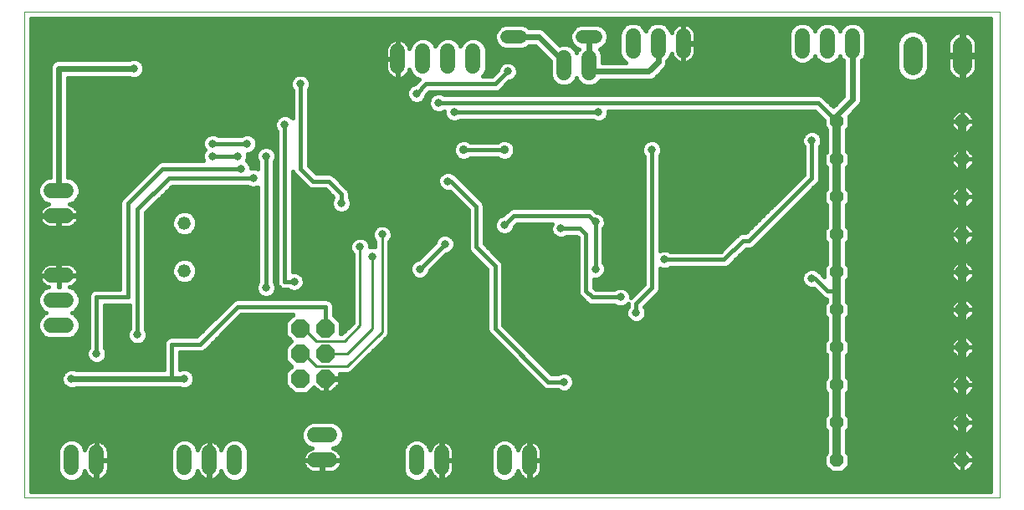
<source format=gbl>
G75*
G70*
%OFA0B0*%
%FSLAX24Y24*%
%IPPOS*%
%LPD*%
%AMOC8*
5,1,8,0,0,1.08239X$1,22.5*
%
%ADD10C,0.0000*%
%ADD11C,0.0600*%
%ADD12OC8,0.0740*%
%ADD13C,0.0520*%
%ADD14OC8,0.0520*%
%ADD15C,0.0780*%
%ADD16C,0.0520*%
%ADD17C,0.0317*%
%ADD18C,0.0160*%
%ADD19C,0.0240*%
%ADD20C,0.0320*%
%ADD21C,0.0100*%
%ADD22C,0.0356*%
D10*
X000125Y000262D02*
X000125Y019632D01*
X038992Y019632D01*
X038992Y000262D01*
X000125Y000262D01*
D11*
X002000Y001462D02*
X002000Y002062D01*
X003000Y002062D02*
X003000Y001462D01*
X006500Y001462D02*
X006500Y002062D01*
X007500Y002062D02*
X007500Y001462D01*
X008500Y001462D02*
X008500Y002062D01*
X011700Y001762D02*
X012300Y001762D01*
X012300Y002762D02*
X011700Y002762D01*
X015750Y002062D02*
X015750Y001462D01*
X016750Y001462D02*
X016750Y002062D01*
X019250Y002062D02*
X019250Y001462D01*
X020250Y001462D02*
X020250Y002062D01*
X001800Y007137D02*
X001200Y007137D01*
X001200Y008137D02*
X001800Y008137D01*
X001800Y009137D02*
X001200Y009137D01*
X001200Y011512D02*
X001800Y011512D01*
X001800Y012512D02*
X001200Y012512D01*
X015000Y017462D02*
X015000Y018062D01*
X016000Y018062D02*
X016000Y017462D01*
X017000Y017462D02*
X017000Y018062D01*
X018000Y018062D02*
X018000Y017462D01*
X021625Y017212D02*
X021625Y017812D01*
X022625Y017812D02*
X022625Y017212D01*
X024375Y018087D02*
X024375Y018687D01*
X025375Y018687D02*
X025375Y018087D01*
X026375Y018087D02*
X026375Y018687D01*
X031125Y018687D02*
X031125Y018087D01*
X032125Y018087D02*
X032125Y018687D01*
X033125Y018687D02*
X033125Y018087D01*
D12*
X012125Y007012D03*
X011125Y007012D03*
X011125Y006012D03*
X012125Y006012D03*
X012125Y005012D03*
X011125Y005012D03*
D13*
X006500Y009312D03*
X006500Y011212D03*
D14*
X032500Y010762D03*
X032500Y009262D03*
X032500Y007762D03*
X032500Y006262D03*
X032500Y004762D03*
X032500Y003262D03*
X032500Y001762D03*
X037500Y001762D03*
X037500Y003262D03*
X037500Y004762D03*
X037500Y006262D03*
X037500Y007762D03*
X037500Y009262D03*
X037500Y010762D03*
X037500Y012262D03*
X037500Y013762D03*
X037500Y015262D03*
X032500Y015262D03*
X032500Y013762D03*
X032500Y012262D03*
D15*
X035510Y017497D02*
X035510Y018277D01*
X037490Y018277D02*
X037490Y017497D01*
D16*
X022885Y018637D02*
X022365Y018637D01*
X019885Y018637D02*
X019365Y018637D01*
D17*
X019375Y017262D03*
X017250Y015637D03*
X016625Y016012D03*
X015750Y016387D03*
X019000Y015012D03*
X017000Y012887D03*
X016625Y012387D03*
X014375Y010762D03*
X013500Y010262D03*
X014000Y009887D03*
X015875Y009387D03*
X016875Y010387D03*
X019250Y011137D03*
X021500Y011012D03*
X022875Y011262D03*
X025625Y009762D03*
X023875Y008262D03*
X024500Y007637D03*
X026125Y006137D03*
X025000Y005387D03*
X021625Y004887D03*
X022875Y009387D03*
X025125Y014137D03*
X023000Y015637D03*
X030750Y015262D03*
X031500Y014512D03*
X031500Y009012D03*
X012750Y012012D03*
X009750Y013887D03*
X009000Y014387D03*
X008625Y013887D03*
X008750Y013387D03*
X009250Y013012D03*
X007625Y013887D03*
X007625Y014387D03*
X010500Y015137D03*
X011125Y016762D03*
X006000Y018137D03*
X004500Y017387D03*
X003375Y014262D03*
X003375Y010262D03*
X004625Y006762D03*
X003000Y006012D03*
X002000Y005012D03*
X006500Y005012D03*
X006500Y005762D03*
X009750Y008637D03*
X010875Y008887D03*
D18*
X010500Y008887D01*
X010500Y015137D01*
X010123Y015007D02*
X001860Y015007D01*
X001860Y015165D02*
X010102Y015165D01*
X010102Y015216D02*
X010102Y015058D01*
X010162Y014911D01*
X010180Y014894D01*
X010180Y008823D01*
X010229Y008706D01*
X010319Y008616D01*
X010436Y008567D01*
X010564Y008567D01*
X010632Y008567D01*
X010649Y008549D01*
X010796Y008489D01*
X010954Y008489D01*
X011101Y008549D01*
X011213Y008661D01*
X011273Y008808D01*
X011273Y008966D01*
X011213Y009113D01*
X011101Y009225D01*
X010954Y009285D01*
X010820Y009285D01*
X010820Y013287D01*
X010854Y013206D01*
X010944Y013116D01*
X011444Y012616D01*
X011561Y012567D01*
X011689Y012567D01*
X012117Y012567D01*
X012430Y012255D01*
X012412Y012238D01*
X012352Y012091D01*
X012352Y011933D01*
X012412Y011786D01*
X012524Y011674D01*
X012671Y011614D01*
X012829Y011614D01*
X012976Y011674D01*
X013088Y011786D01*
X013148Y011933D01*
X013148Y012091D01*
X013088Y012238D01*
X013070Y012255D01*
X013070Y012451D01*
X013021Y012568D01*
X012931Y012658D01*
X012521Y013068D01*
X012521Y013068D01*
X012431Y013158D01*
X012314Y013207D01*
X011758Y013207D01*
X011445Y013520D01*
X011445Y016519D01*
X011463Y016536D01*
X011523Y016683D01*
X011523Y016841D01*
X011463Y016988D01*
X011351Y017100D01*
X011204Y017160D01*
X011046Y017160D01*
X010899Y017100D01*
X010787Y016988D01*
X010727Y016841D01*
X010727Y016683D01*
X010787Y016536D01*
X010805Y016519D01*
X010805Y015395D01*
X010726Y015475D01*
X010579Y015535D01*
X010421Y015535D01*
X010274Y015475D01*
X010162Y015363D01*
X010102Y015216D01*
X010146Y015324D02*
X001860Y015324D01*
X001860Y015482D02*
X010292Y015482D01*
X010708Y015482D02*
X010805Y015482D01*
X010805Y015641D02*
X001860Y015641D01*
X001860Y015799D02*
X010805Y015799D01*
X010805Y015958D02*
X001860Y015958D01*
X001860Y016116D02*
X010805Y016116D01*
X010805Y016275D02*
X001860Y016275D01*
X001860Y016433D02*
X010805Y016433D01*
X010764Y016592D02*
X001860Y016592D01*
X001860Y016751D02*
X010727Y016751D01*
X010755Y016909D02*
X001860Y016909D01*
X001860Y017027D02*
X004328Y017027D01*
X004421Y016989D01*
X004579Y016989D01*
X004726Y017049D01*
X004838Y017161D01*
X004898Y017308D01*
X004898Y017466D01*
X004838Y017613D01*
X004726Y017725D01*
X004579Y017785D01*
X004421Y017785D01*
X004328Y017747D01*
X001428Y017747D01*
X001296Y017692D01*
X001195Y017591D01*
X001140Y017459D01*
X001140Y017315D01*
X001140Y013052D01*
X001093Y013052D01*
X000894Y012970D01*
X000742Y012818D01*
X000660Y012619D01*
X000660Y012405D01*
X000742Y012206D01*
X000894Y012054D01*
X001079Y011978D01*
X001016Y011957D01*
X000948Y011923D01*
X000887Y011878D01*
X000834Y011825D01*
X000789Y011764D01*
X000755Y011696D01*
X000732Y011624D01*
X000720Y011550D01*
X000720Y011532D01*
X001480Y011532D01*
X001480Y011492D01*
X001520Y011492D01*
X001520Y011532D01*
X002280Y011532D01*
X002280Y011550D01*
X002268Y011624D01*
X002245Y011696D01*
X002211Y011764D01*
X002166Y011825D01*
X002113Y011878D01*
X002052Y011923D01*
X001984Y011957D01*
X001921Y011978D01*
X002106Y012054D01*
X002258Y012206D01*
X002340Y012405D01*
X002340Y012619D01*
X002258Y012818D01*
X002106Y012970D01*
X001907Y013052D01*
X001860Y013052D01*
X001860Y017027D01*
X001140Y017068D02*
X000375Y017068D01*
X000375Y017226D02*
X001140Y017226D01*
X001140Y017385D02*
X000375Y017385D01*
X000375Y017543D02*
X001175Y017543D01*
X001319Y017702D02*
X000375Y017702D01*
X000375Y017860D02*
X014520Y017860D01*
X014520Y017782D02*
X014980Y017782D01*
X014980Y017742D01*
X015020Y017742D01*
X015020Y016982D01*
X015038Y016982D01*
X015112Y016994D01*
X015184Y017017D01*
X015252Y017051D01*
X015313Y017096D01*
X015366Y017149D01*
X015411Y017210D01*
X015445Y017278D01*
X015465Y017341D01*
X015542Y017156D01*
X015694Y017004D01*
X015850Y016940D01*
X015696Y016785D01*
X015671Y016785D01*
X015524Y016725D01*
X015412Y016613D01*
X015352Y016466D01*
X015352Y016308D01*
X015412Y016161D01*
X015524Y016049D01*
X015671Y015989D01*
X015829Y015989D01*
X015976Y016049D01*
X016088Y016161D01*
X016148Y016308D01*
X016148Y016333D01*
X016258Y016442D01*
X018939Y016442D01*
X019056Y016491D01*
X019146Y016581D01*
X019429Y016864D01*
X019454Y016864D01*
X019601Y016924D01*
X019713Y017036D01*
X019773Y017183D01*
X019773Y017341D01*
X019713Y017488D01*
X019601Y017600D01*
X019454Y017660D01*
X019296Y017660D01*
X019149Y017600D01*
X019037Y017488D01*
X018977Y017341D01*
X018977Y017316D01*
X018742Y017082D01*
X018384Y017082D01*
X018458Y017156D01*
X018540Y017355D01*
X018540Y018169D01*
X018458Y018368D01*
X018306Y018520D01*
X018107Y018602D01*
X017893Y018602D01*
X017694Y018520D01*
X017542Y018368D01*
X017500Y018266D01*
X017458Y018368D01*
X017306Y018520D01*
X017107Y018602D01*
X016893Y018602D01*
X016694Y018520D01*
X016542Y018368D01*
X016500Y018266D01*
X016458Y018368D01*
X016306Y018520D01*
X016107Y018602D01*
X015893Y018602D01*
X015694Y018520D01*
X015542Y018368D01*
X015465Y018183D01*
X015445Y018246D01*
X015411Y018314D01*
X015366Y018375D01*
X015313Y018428D01*
X015252Y018473D01*
X015184Y018507D01*
X015112Y018530D01*
X015038Y018542D01*
X015020Y018542D01*
X015020Y017782D01*
X014980Y017782D01*
X014980Y018542D01*
X014962Y018542D01*
X014888Y018530D01*
X014816Y018507D01*
X014748Y018473D01*
X014687Y018428D01*
X014634Y018375D01*
X014589Y018314D01*
X014555Y018246D01*
X014532Y018174D01*
X014520Y018100D01*
X014520Y017782D01*
X014520Y017742D02*
X014520Y017424D01*
X014532Y017350D01*
X014555Y017278D01*
X014589Y017210D01*
X014634Y017149D01*
X014687Y017096D01*
X014748Y017051D01*
X014816Y017017D01*
X014888Y016994D01*
X014962Y016982D01*
X014980Y016982D01*
X014980Y017742D01*
X014520Y017742D01*
X014520Y017702D02*
X004749Y017702D01*
X004866Y017543D02*
X014520Y017543D01*
X014526Y017385D02*
X004898Y017385D01*
X004865Y017226D02*
X014581Y017226D01*
X014726Y017068D02*
X011383Y017068D01*
X011495Y016909D02*
X015819Y016909D01*
X015631Y017068D02*
X015274Y017068D01*
X015419Y017226D02*
X015513Y017226D01*
X015020Y017226D02*
X014980Y017226D01*
X014980Y017068D02*
X015020Y017068D01*
X015020Y017385D02*
X014980Y017385D01*
X014980Y017543D02*
X015020Y017543D01*
X015020Y017702D02*
X014980Y017702D01*
X014980Y017860D02*
X015020Y017860D01*
X015020Y018019D02*
X014980Y018019D01*
X014980Y018177D02*
X015020Y018177D01*
X015020Y018336D02*
X014980Y018336D01*
X014980Y018495D02*
X015020Y018495D01*
X015208Y018495D02*
X015669Y018495D01*
X015529Y018336D02*
X015394Y018336D01*
X014792Y018495D02*
X000375Y018495D01*
X000375Y018653D02*
X018865Y018653D01*
X018865Y018736D02*
X018865Y018538D01*
X018941Y018354D01*
X019082Y018213D01*
X019266Y018137D01*
X019984Y018137D01*
X020168Y018213D01*
X020232Y018277D01*
X020476Y018277D01*
X021085Y017668D01*
X021085Y017105D01*
X021167Y016906D01*
X021319Y016754D01*
X021518Y016672D01*
X021732Y016672D01*
X021931Y016754D01*
X022083Y016906D01*
X022125Y017008D01*
X022167Y016906D01*
X022319Y016754D01*
X022518Y016672D01*
X022732Y016672D01*
X022931Y016754D01*
X023079Y016902D01*
X025072Y016902D01*
X025204Y016957D01*
X025305Y017058D01*
X025680Y017433D01*
X025735Y017565D01*
X025735Y017683D01*
X025833Y017781D01*
X025909Y017966D01*
X025930Y017903D01*
X025964Y017835D01*
X026009Y017774D01*
X026062Y017721D01*
X026123Y017676D01*
X026191Y017642D01*
X026263Y017619D01*
X026337Y017607D01*
X026355Y017607D01*
X026355Y018367D01*
X026395Y018367D01*
X026395Y018407D01*
X026855Y018407D01*
X026855Y018725D01*
X026843Y018799D01*
X026820Y018871D01*
X026786Y018939D01*
X026741Y019000D01*
X026688Y019053D01*
X026627Y019098D01*
X026559Y019132D01*
X026487Y019155D01*
X026413Y019167D01*
X026395Y019167D01*
X026395Y018407D01*
X026355Y018407D01*
X026355Y019167D01*
X026337Y019167D01*
X026263Y019155D01*
X026191Y019132D01*
X026123Y019098D01*
X026062Y019053D01*
X026009Y019000D01*
X025964Y018939D01*
X025930Y018871D01*
X025909Y018808D01*
X025833Y018993D01*
X025681Y019145D01*
X025482Y019227D01*
X025268Y019227D01*
X025069Y019145D01*
X024917Y018993D01*
X024875Y018891D01*
X024833Y018993D01*
X024681Y019145D01*
X024482Y019227D01*
X024268Y019227D01*
X024069Y019145D01*
X023917Y018993D01*
X023835Y018794D01*
X023835Y017980D01*
X023917Y017781D01*
X024069Y017629D01*
X024087Y017622D01*
X023165Y017622D01*
X023165Y017919D01*
X023083Y018118D01*
X023040Y018160D01*
X023168Y018213D01*
X023309Y018354D01*
X023385Y018538D01*
X023385Y018736D01*
X023309Y018920D01*
X023168Y019061D01*
X022984Y019137D01*
X022266Y019137D01*
X022082Y019061D01*
X021941Y018920D01*
X021865Y018736D01*
X021865Y018538D01*
X021941Y018354D01*
X022082Y018213D01*
X022210Y018160D01*
X022167Y018118D01*
X022125Y018016D01*
X022083Y018118D01*
X021931Y018270D01*
X021732Y018352D01*
X021518Y018352D01*
X021448Y018323D01*
X020930Y018841D01*
X020829Y018942D01*
X020697Y018997D01*
X020232Y018997D01*
X020168Y019061D01*
X019984Y019137D01*
X019266Y019137D01*
X019082Y019061D01*
X018941Y018920D01*
X018865Y018736D01*
X018896Y018812D02*
X000375Y018812D01*
X000375Y018970D02*
X018991Y018970D01*
X019245Y019129D02*
X000375Y019129D01*
X000375Y019287D02*
X038625Y019287D01*
X038625Y019387D02*
X000375Y019387D01*
X000375Y000512D01*
X038625Y000512D01*
X038625Y019387D01*
X038625Y019129D02*
X033447Y019129D01*
X033431Y019145D02*
X033232Y019227D01*
X033018Y019227D01*
X032819Y019145D01*
X032667Y018993D01*
X032625Y018891D01*
X032583Y018993D01*
X032431Y019145D01*
X032232Y019227D01*
X032018Y019227D01*
X031819Y019145D01*
X031667Y018993D01*
X031625Y018891D01*
X031583Y018993D01*
X031431Y019145D01*
X031232Y019227D01*
X031018Y019227D01*
X030819Y019145D01*
X030667Y018993D01*
X030585Y018794D01*
X030585Y017980D01*
X030667Y017781D01*
X030819Y017629D01*
X031018Y017547D01*
X031232Y017547D01*
X031431Y017629D01*
X031583Y017781D01*
X031625Y017883D01*
X031667Y017781D01*
X031819Y017629D01*
X032018Y017547D01*
X032232Y017547D01*
X032431Y017629D01*
X032583Y017781D01*
X032625Y017883D01*
X032667Y017781D01*
X032765Y017683D01*
X032765Y016286D01*
X032347Y015868D01*
X031931Y016283D01*
X031814Y016332D01*
X031686Y016332D01*
X016868Y016332D01*
X016851Y016350D01*
X016704Y016410D01*
X016546Y016410D01*
X016399Y016350D01*
X016287Y016238D01*
X016227Y016091D01*
X016227Y015933D01*
X016287Y015786D01*
X016399Y015674D01*
X016546Y015614D01*
X016704Y015614D01*
X016851Y015674D01*
X016852Y015675D01*
X016852Y015558D01*
X016912Y015411D01*
X017024Y015299D01*
X017171Y015239D01*
X017329Y015239D01*
X017476Y015299D01*
X017493Y015317D01*
X022757Y015317D01*
X022774Y015299D01*
X022921Y015239D01*
X023079Y015239D01*
X023226Y015299D01*
X023338Y015411D01*
X023398Y015558D01*
X023398Y015692D01*
X031617Y015692D01*
X032000Y015309D01*
X032000Y015055D01*
X032100Y014955D01*
X032100Y014069D01*
X032000Y013969D01*
X032000Y013555D01*
X032100Y013455D01*
X032100Y012569D01*
X032000Y012469D01*
X032000Y012055D01*
X032100Y011955D01*
X032100Y011069D01*
X032000Y010969D01*
X032000Y010555D01*
X032100Y010455D01*
X032100Y009569D01*
X032000Y009469D01*
X032000Y009090D01*
X031806Y009283D01*
X031782Y009293D01*
X031726Y009350D01*
X031579Y009410D01*
X031421Y009410D01*
X031274Y009350D01*
X031162Y009238D01*
X031102Y009091D01*
X031102Y008933D01*
X031162Y008786D01*
X031274Y008674D01*
X031421Y008614D01*
X031571Y008614D01*
X031854Y008331D01*
X031944Y008241D01*
X032061Y008192D01*
X032100Y008192D01*
X032100Y008069D01*
X032000Y007969D01*
X032000Y007555D01*
X024897Y007555D01*
X024898Y007558D02*
X024898Y007716D01*
X024838Y007863D01*
X024820Y007880D01*
X025306Y008366D01*
X025306Y008366D01*
X025396Y008456D01*
X025445Y008573D01*
X025445Y009405D01*
X025546Y009364D01*
X025704Y009364D01*
X025851Y009424D01*
X025868Y009442D01*
X028064Y009442D01*
X028181Y009491D01*
X028271Y009581D01*
X028883Y010192D01*
X029064Y010192D01*
X029181Y010241D01*
X029271Y010331D01*
X031771Y012831D01*
X031820Y012948D01*
X031820Y013076D01*
X031820Y014269D01*
X031838Y014286D01*
X031898Y014433D01*
X031898Y014591D01*
X031838Y014738D01*
X031726Y014850D01*
X031579Y014910D01*
X031421Y014910D01*
X031274Y014850D01*
X031162Y014738D01*
X031102Y014591D01*
X031102Y014433D01*
X031162Y014286D01*
X031180Y014269D01*
X031180Y013145D01*
X028867Y010832D01*
X028814Y010832D01*
X028686Y010832D01*
X028569Y010783D01*
X027867Y010082D01*
X025868Y010082D01*
X025851Y010100D01*
X025704Y010160D01*
X025546Y010160D01*
X025445Y010119D01*
X025445Y013894D01*
X025463Y013911D01*
X025523Y014058D01*
X025523Y014216D01*
X025463Y014363D01*
X025351Y014475D01*
X025204Y014535D01*
X025046Y014535D01*
X024899Y014475D01*
X024787Y014363D01*
X024727Y014216D01*
X024727Y014058D01*
X024787Y013911D01*
X024805Y013894D01*
X024805Y008770D01*
X024319Y008283D01*
X024319Y008283D01*
X024273Y008238D01*
X024273Y008341D01*
X024213Y008488D01*
X024101Y008600D01*
X023954Y008660D01*
X023796Y008660D01*
X023649Y008600D01*
X023632Y008582D01*
X022883Y008582D01*
X022820Y008645D01*
X022820Y008989D01*
X022954Y008989D01*
X023101Y009049D01*
X023213Y009161D01*
X023273Y009308D01*
X023273Y009466D01*
X023213Y009613D01*
X023195Y009630D01*
X023195Y011019D01*
X023213Y011036D01*
X023273Y011183D01*
X023273Y011341D01*
X023213Y011488D01*
X023101Y011600D01*
X022954Y011660D01*
X022929Y011660D01*
X022896Y011693D01*
X022806Y011783D01*
X022689Y011832D01*
X019689Y011832D01*
X019561Y011832D01*
X019444Y011783D01*
X019196Y011535D01*
X019171Y011535D01*
X019024Y011475D01*
X018912Y011363D01*
X018852Y011216D01*
X018852Y011058D01*
X018912Y010911D01*
X019024Y010799D01*
X019171Y010739D01*
X019329Y010739D01*
X019476Y010799D01*
X019588Y010911D01*
X019648Y011058D01*
X019648Y011083D01*
X019758Y011192D01*
X021143Y011192D01*
X021102Y011091D01*
X021102Y010933D01*
X021162Y010786D01*
X021274Y010674D01*
X021421Y010614D01*
X021579Y010614D01*
X021726Y010674D01*
X021743Y010692D01*
X022117Y010692D01*
X022180Y010629D01*
X022180Y008448D01*
X022229Y008331D01*
X022319Y008241D01*
X022569Y007991D01*
X022686Y007942D01*
X022814Y007942D01*
X023632Y007942D01*
X023649Y007924D01*
X023796Y007864D01*
X023954Y007864D01*
X024101Y007924D01*
X024180Y008004D01*
X024180Y007880D01*
X024162Y007863D01*
X024102Y007716D01*
X024102Y007558D01*
X024162Y007411D01*
X024274Y007299D01*
X024421Y007239D01*
X024579Y007239D01*
X024726Y007299D01*
X024838Y007411D01*
X024898Y007558D01*
X024898Y007714D02*
X032000Y007714D01*
X032000Y007872D02*
X024828Y007872D01*
X024971Y008031D02*
X032062Y008031D01*
X032100Y008189D02*
X025130Y008189D01*
X025288Y008348D02*
X031837Y008348D01*
X031678Y008506D02*
X025417Y008506D01*
X025445Y008665D02*
X031297Y008665D01*
X031147Y008823D02*
X025445Y008823D01*
X025445Y008982D02*
X031102Y008982D01*
X031122Y009140D02*
X025445Y009140D01*
X025445Y009299D02*
X031224Y009299D01*
X031500Y009012D02*
X031625Y009012D01*
X032125Y008512D01*
X032500Y008512D01*
X032900Y008506D02*
X038625Y008506D01*
X038625Y008348D02*
X032900Y008348D01*
X032900Y008189D02*
X037305Y008189D01*
X037318Y008202D02*
X037060Y007944D01*
X037060Y007762D01*
X037060Y007580D01*
X037318Y007322D01*
X037500Y007322D01*
X037682Y007322D01*
X037940Y007580D01*
X037940Y007762D01*
X037940Y007944D01*
X037682Y008202D01*
X037500Y008202D01*
X037500Y007762D01*
X037500Y007322D01*
X037500Y007762D01*
X037500Y007762D01*
X037940Y007762D01*
X037500Y007762D01*
X037500Y007762D01*
X037500Y007762D01*
X037060Y007762D01*
X037500Y007762D01*
X037500Y007762D01*
X037500Y008202D01*
X037318Y008202D01*
X037500Y008189D02*
X037500Y008189D01*
X037500Y008031D02*
X037500Y008031D01*
X037500Y007872D02*
X037500Y007872D01*
X037500Y007714D02*
X037500Y007714D01*
X037500Y007555D02*
X037500Y007555D01*
X037500Y007396D02*
X037500Y007396D01*
X037757Y007396D02*
X038625Y007396D01*
X038625Y007238D02*
X032900Y007238D01*
X032900Y007396D02*
X037243Y007396D01*
X037085Y007555D02*
X033000Y007555D01*
X033000Y007969D01*
X032900Y008069D01*
X032900Y008592D01*
X032900Y008955D01*
X033000Y009055D01*
X033000Y009469D01*
X032900Y009569D01*
X032900Y010455D01*
X033000Y010555D01*
X033000Y010969D01*
X032900Y011069D01*
X032900Y011955D01*
X033000Y012055D01*
X033000Y012469D01*
X032900Y012569D01*
X032900Y013455D01*
X033000Y013555D01*
X033000Y013969D01*
X032900Y014069D01*
X032900Y014955D01*
X033000Y015055D01*
X033000Y015469D01*
X032983Y015486D01*
X033329Y015832D01*
X033430Y015933D01*
X033485Y016065D01*
X033485Y017683D01*
X033583Y017781D01*
X033665Y017980D01*
X033665Y018794D01*
X033583Y018993D01*
X033431Y019145D01*
X033592Y018970D02*
X038625Y018970D01*
X038625Y018812D02*
X037689Y018812D01*
X037709Y018805D02*
X037623Y018833D01*
X037540Y018846D01*
X037540Y017937D01*
X038060Y017937D01*
X038060Y018322D01*
X038046Y018411D01*
X038018Y018496D01*
X037977Y018576D01*
X037925Y018648D01*
X037861Y018712D01*
X037789Y018765D01*
X037709Y018805D01*
X037540Y018812D02*
X037440Y018812D01*
X037440Y018846D02*
X037356Y018833D01*
X037271Y018805D01*
X037191Y018765D01*
X037119Y018712D01*
X037055Y018648D01*
X037002Y018576D01*
X036962Y018496D01*
X036934Y018411D01*
X036920Y018322D01*
X036920Y017937D01*
X037440Y017937D01*
X037440Y017837D01*
X037540Y017837D01*
X037540Y017937D01*
X037440Y017937D01*
X037440Y018846D01*
X037291Y018812D02*
X035866Y018812D01*
X035867Y018811D02*
X035635Y018907D01*
X035385Y018907D01*
X035153Y018811D01*
X034976Y018634D01*
X034880Y018402D01*
X034880Y017372D01*
X034976Y017140D01*
X035153Y016963D01*
X035385Y016867D01*
X035635Y016867D01*
X035867Y016963D01*
X036044Y017140D01*
X036140Y017372D01*
X036140Y018402D01*
X036044Y018634D01*
X035867Y018811D01*
X036025Y018653D02*
X037060Y018653D01*
X036961Y018495D02*
X036102Y018495D01*
X036140Y018336D02*
X036922Y018336D01*
X036920Y018177D02*
X036140Y018177D01*
X036140Y018019D02*
X036920Y018019D01*
X036920Y017837D02*
X036920Y017452D01*
X036934Y017364D01*
X036962Y017278D01*
X037002Y017198D01*
X037055Y017126D01*
X037119Y017062D01*
X037191Y017010D01*
X037271Y016969D01*
X037356Y016941D01*
X037440Y016928D01*
X037440Y017837D01*
X036920Y017837D01*
X036920Y017702D02*
X036140Y017702D01*
X036140Y017860D02*
X037440Y017860D01*
X037540Y017860D02*
X038625Y017860D01*
X038625Y017702D02*
X038060Y017702D01*
X038060Y017837D02*
X037540Y017837D01*
X037540Y016928D01*
X037623Y016941D01*
X037709Y016969D01*
X037789Y017010D01*
X037861Y017062D01*
X037925Y017126D01*
X037977Y017198D01*
X038018Y017278D01*
X038046Y017364D01*
X038060Y017452D01*
X038060Y017837D01*
X038060Y018019D02*
X038625Y018019D01*
X038625Y018177D02*
X038060Y018177D01*
X038058Y018336D02*
X038625Y018336D01*
X038625Y018495D02*
X038019Y018495D01*
X037920Y018653D02*
X038625Y018653D01*
X037540Y018653D02*
X037440Y018653D01*
X037440Y018495D02*
X037540Y018495D01*
X037540Y018336D02*
X037440Y018336D01*
X037440Y018177D02*
X037540Y018177D01*
X037540Y018019D02*
X037440Y018019D01*
X037440Y017702D02*
X037540Y017702D01*
X037540Y017543D02*
X037440Y017543D01*
X037440Y017385D02*
X037540Y017385D01*
X037540Y017226D02*
X037440Y017226D01*
X037440Y017068D02*
X037540Y017068D01*
X037867Y017068D02*
X038625Y017068D01*
X038625Y017226D02*
X037992Y017226D01*
X038049Y017385D02*
X038625Y017385D01*
X038625Y017543D02*
X038060Y017543D01*
X038625Y016909D02*
X035737Y016909D01*
X035972Y017068D02*
X037113Y017068D01*
X036988Y017226D02*
X036080Y017226D01*
X036140Y017385D02*
X036931Y017385D01*
X036920Y017543D02*
X036140Y017543D01*
X035283Y016909D02*
X033485Y016909D01*
X033485Y016751D02*
X038625Y016751D01*
X038625Y016592D02*
X033485Y016592D01*
X033485Y016433D02*
X038625Y016433D01*
X038625Y016275D02*
X033485Y016275D01*
X033485Y016116D02*
X038625Y016116D01*
X038625Y015958D02*
X033440Y015958D01*
X033296Y015799D02*
X038625Y015799D01*
X038625Y015641D02*
X037743Y015641D01*
X037682Y015702D02*
X037500Y015702D01*
X037500Y015262D01*
X037500Y014822D01*
X037682Y014822D01*
X037940Y015080D01*
X037940Y015262D01*
X037940Y015444D01*
X037682Y015702D01*
X037500Y015702D02*
X037318Y015702D01*
X037060Y015444D01*
X037060Y015262D01*
X037060Y015080D01*
X037318Y014822D01*
X037500Y014822D01*
X037500Y015262D01*
X037500Y015262D01*
X037940Y015262D01*
X037500Y015262D01*
X037500Y015262D01*
X037500Y015262D01*
X037060Y015262D01*
X037500Y015262D01*
X037500Y015262D01*
X037500Y015702D01*
X037500Y015641D02*
X037500Y015641D01*
X037500Y015482D02*
X037500Y015482D01*
X037500Y015324D02*
X037500Y015324D01*
X037500Y015165D02*
X037500Y015165D01*
X037500Y015007D02*
X037500Y015007D01*
X037500Y014848D02*
X037500Y014848D01*
X037708Y014848D02*
X038625Y014848D01*
X038625Y014689D02*
X032900Y014689D01*
X032900Y014531D02*
X038625Y014531D01*
X038625Y014372D02*
X032900Y014372D01*
X032900Y014214D02*
X038625Y014214D01*
X038625Y014055D02*
X037829Y014055D01*
X037940Y013944D02*
X037682Y014202D01*
X037500Y014202D01*
X037500Y013762D01*
X037500Y013322D01*
X037682Y013322D01*
X037940Y013580D01*
X037940Y013762D01*
X037940Y013944D01*
X037940Y013897D02*
X038625Y013897D01*
X038625Y013738D02*
X037940Y013738D01*
X037940Y013762D02*
X037500Y013762D01*
X037500Y013762D01*
X037940Y013762D01*
X037940Y013580D02*
X038625Y013580D01*
X038625Y013421D02*
X037781Y013421D01*
X037500Y013421D02*
X037500Y013421D01*
X037500Y013322D02*
X037500Y013762D01*
X037500Y013762D01*
X037500Y013762D01*
X037060Y013762D01*
X037060Y013580D01*
X037318Y013322D01*
X037500Y013322D01*
X037500Y013580D02*
X037500Y013580D01*
X037500Y013738D02*
X037500Y013738D01*
X037500Y013762D02*
X037500Y013762D01*
X037060Y013762D01*
X037060Y013944D01*
X037318Y014202D01*
X037500Y014202D01*
X037500Y013762D01*
X037500Y013897D02*
X037500Y013897D01*
X037500Y014055D02*
X037500Y014055D01*
X037171Y014055D02*
X032914Y014055D01*
X033000Y013897D02*
X037060Y013897D01*
X037060Y013738D02*
X033000Y013738D01*
X033000Y013580D02*
X037060Y013580D01*
X037219Y013421D02*
X032900Y013421D01*
X032900Y013263D02*
X038625Y013263D01*
X038625Y013104D02*
X032900Y013104D01*
X032900Y012946D02*
X038625Y012946D01*
X038625Y012787D02*
X032900Y012787D01*
X032900Y012628D02*
X037244Y012628D01*
X037318Y012702D02*
X037060Y012444D01*
X037060Y012262D01*
X037060Y012080D01*
X037318Y011822D01*
X037500Y011822D01*
X037682Y011822D01*
X037940Y012080D01*
X037940Y012262D01*
X037940Y012444D01*
X037682Y012702D01*
X037500Y012702D01*
X037500Y012262D01*
X037500Y011822D01*
X037500Y012262D01*
X037500Y012262D01*
X037940Y012262D01*
X037500Y012262D01*
X037500Y012262D01*
X037500Y012262D01*
X037060Y012262D01*
X037500Y012262D01*
X037500Y012262D01*
X037500Y012702D01*
X037318Y012702D01*
X037500Y012628D02*
X037500Y012628D01*
X037500Y012470D02*
X037500Y012470D01*
X037500Y012311D02*
X037500Y012311D01*
X037500Y012153D02*
X037500Y012153D01*
X037500Y011994D02*
X037500Y011994D01*
X037500Y011836D02*
X037500Y011836D01*
X037696Y011836D02*
X038625Y011836D01*
X038625Y011994D02*
X037854Y011994D01*
X037940Y012153D02*
X038625Y012153D01*
X038625Y012311D02*
X037940Y012311D01*
X037914Y012470D02*
X038625Y012470D01*
X038625Y012628D02*
X037756Y012628D01*
X037086Y012470D02*
X032999Y012470D01*
X033000Y012311D02*
X037060Y012311D01*
X037060Y012153D02*
X033000Y012153D01*
X032939Y011994D02*
X037146Y011994D01*
X037304Y011836D02*
X032900Y011836D01*
X032900Y011677D02*
X038625Y011677D01*
X038625Y011519D02*
X032900Y011519D01*
X032900Y011360D02*
X038625Y011360D01*
X038625Y011202D02*
X037683Y011202D01*
X037682Y011202D02*
X037500Y011202D01*
X037500Y010762D01*
X037500Y010322D01*
X037682Y010322D01*
X037940Y010580D01*
X037940Y010762D01*
X037940Y010944D01*
X037682Y011202D01*
X037500Y011202D02*
X037500Y011202D01*
X037318Y011202D01*
X037060Y010944D01*
X037060Y010762D01*
X037060Y010580D01*
X037318Y010322D01*
X037500Y010322D01*
X037500Y010762D01*
X037500Y010762D01*
X037940Y010762D01*
X037500Y010762D01*
X037500Y010762D01*
X037500Y010762D01*
X037060Y010762D01*
X037500Y010762D01*
X037500Y010762D01*
X037500Y011202D01*
X037500Y011043D02*
X037500Y011043D01*
X037500Y010884D02*
X037500Y010884D01*
X037500Y010726D02*
X037500Y010726D01*
X037500Y010567D02*
X037500Y010567D01*
X037500Y010409D02*
X037500Y010409D01*
X037769Y010409D02*
X038625Y010409D01*
X038625Y010567D02*
X037928Y010567D01*
X037940Y010726D02*
X038625Y010726D01*
X038625Y010884D02*
X037940Y010884D01*
X037841Y011043D02*
X038625Y011043D01*
X038625Y010250D02*
X032900Y010250D01*
X032900Y010092D02*
X038625Y010092D01*
X038625Y009933D02*
X032900Y009933D01*
X032900Y009775D02*
X038625Y009775D01*
X038625Y009616D02*
X037768Y009616D01*
X037682Y009702D02*
X037500Y009702D01*
X037500Y009262D01*
X037500Y008822D01*
X037682Y008822D01*
X037940Y009080D01*
X037940Y009262D01*
X037940Y009444D01*
X037682Y009702D01*
X037500Y009702D02*
X037500Y009262D01*
X037500Y009262D01*
X037940Y009262D01*
X037500Y009262D01*
X037500Y009262D01*
X037500Y008822D01*
X037318Y008822D01*
X037060Y009080D01*
X037060Y009262D01*
X037500Y009262D01*
X037500Y009262D01*
X037500Y009262D01*
X037060Y009262D01*
X037060Y009444D01*
X037318Y009702D01*
X037500Y009702D01*
X037500Y009616D02*
X037500Y009616D01*
X037500Y009458D02*
X037500Y009458D01*
X037500Y009299D02*
X037500Y009299D01*
X037500Y009140D02*
X037500Y009140D01*
X037500Y008982D02*
X037500Y008982D01*
X037500Y008823D02*
X037500Y008823D01*
X037684Y008823D02*
X038625Y008823D01*
X038625Y008665D02*
X032900Y008665D01*
X032900Y008823D02*
X037316Y008823D01*
X037158Y008982D02*
X032927Y008982D01*
X033000Y009140D02*
X037060Y009140D01*
X037060Y009299D02*
X033000Y009299D01*
X033000Y009458D02*
X037073Y009458D01*
X037232Y009616D02*
X032900Y009616D01*
X032100Y009616D02*
X028307Y009616D01*
X028465Y009775D02*
X032100Y009775D01*
X032100Y009933D02*
X028624Y009933D01*
X028782Y010092D02*
X032100Y010092D01*
X032100Y010250D02*
X029191Y010250D01*
X029349Y010409D02*
X032100Y010409D01*
X032000Y010567D02*
X029508Y010567D01*
X029666Y010726D02*
X032000Y010726D01*
X032000Y010884D02*
X029825Y010884D01*
X029984Y011043D02*
X032074Y011043D01*
X032100Y011202D02*
X030142Y011202D01*
X030301Y011360D02*
X032100Y011360D01*
X032100Y011519D02*
X030459Y011519D01*
X030618Y011677D02*
X032100Y011677D01*
X032100Y011836D02*
X030776Y011836D01*
X030935Y011994D02*
X032061Y011994D01*
X032000Y012153D02*
X031093Y012153D01*
X031252Y012311D02*
X032000Y012311D01*
X032001Y012470D02*
X031410Y012470D01*
X031569Y012628D02*
X032100Y012628D01*
X032100Y012787D02*
X031727Y012787D01*
X031819Y012946D02*
X032100Y012946D01*
X032100Y013104D02*
X031820Y013104D01*
X031820Y013263D02*
X032100Y013263D01*
X032100Y013421D02*
X031820Y013421D01*
X031820Y013580D02*
X032000Y013580D01*
X032000Y013738D02*
X031820Y013738D01*
X031820Y013897D02*
X032000Y013897D01*
X032086Y014055D02*
X031820Y014055D01*
X031820Y014214D02*
X032100Y014214D01*
X032100Y014372D02*
X031873Y014372D01*
X031898Y014531D02*
X032100Y014531D01*
X032100Y014689D02*
X031858Y014689D01*
X031727Y014848D02*
X032100Y014848D01*
X032048Y015007D02*
X011445Y015007D01*
X011445Y015165D02*
X032000Y015165D01*
X031986Y015324D02*
X023250Y015324D01*
X023367Y015482D02*
X031827Y015482D01*
X031669Y015641D02*
X023398Y015641D01*
X023000Y015637D02*
X017250Y015637D01*
X016883Y015482D02*
X011445Y015482D01*
X011445Y015324D02*
X017000Y015324D01*
X016852Y015641D02*
X016770Y015641D01*
X016480Y015641D02*
X011445Y015641D01*
X011445Y015799D02*
X016282Y015799D01*
X016227Y015958D02*
X011445Y015958D01*
X011445Y016116D02*
X015457Y016116D01*
X015365Y016275D02*
X011445Y016275D01*
X011445Y016433D02*
X015352Y016433D01*
X015404Y016592D02*
X011486Y016592D01*
X011523Y016751D02*
X015587Y016751D01*
X015750Y016387D02*
X016125Y016762D01*
X018875Y016762D01*
X019375Y017262D01*
X019657Y017543D02*
X021085Y017543D01*
X021085Y017385D02*
X019755Y017385D01*
X019773Y017226D02*
X021085Y017226D01*
X021100Y017068D02*
X019726Y017068D01*
X019564Y016909D02*
X021166Y016909D01*
X021328Y016751D02*
X019316Y016751D01*
X019158Y016592D02*
X032765Y016592D01*
X032765Y016751D02*
X022922Y016751D01*
X022328Y016751D02*
X021922Y016751D01*
X022084Y016909D02*
X022166Y016909D01*
X023165Y017702D02*
X023997Y017702D01*
X023884Y017860D02*
X023165Y017860D01*
X023124Y018019D02*
X023835Y018019D01*
X023835Y018177D02*
X023082Y018177D01*
X023291Y018336D02*
X023835Y018336D01*
X023835Y018495D02*
X023367Y018495D01*
X023385Y018653D02*
X023835Y018653D01*
X023842Y018812D02*
X023354Y018812D01*
X023259Y018970D02*
X023908Y018970D01*
X024053Y019129D02*
X023005Y019129D01*
X022245Y019129D02*
X020005Y019129D01*
X020761Y018970D02*
X021991Y018970D01*
X021896Y018812D02*
X020959Y018812D01*
X021118Y018653D02*
X021865Y018653D01*
X021883Y018495D02*
X021277Y018495D01*
X021435Y018336D02*
X021479Y018336D01*
X021771Y018336D02*
X021959Y018336D01*
X022023Y018177D02*
X022168Y018177D01*
X022126Y018019D02*
X022124Y018019D01*
X021051Y017702D02*
X018540Y017702D01*
X018540Y017860D02*
X020893Y017860D01*
X020734Y018019D02*
X018540Y018019D01*
X018537Y018177D02*
X019168Y018177D01*
X018959Y018336D02*
X018471Y018336D01*
X018331Y018495D02*
X018883Y018495D01*
X017669Y018495D02*
X017331Y018495D01*
X017471Y018336D02*
X017529Y018336D01*
X016669Y018495D02*
X016331Y018495D01*
X016471Y018336D02*
X016529Y018336D01*
X014606Y018336D02*
X000375Y018336D01*
X000375Y018177D02*
X014533Y018177D01*
X014520Y018019D02*
X000375Y018019D01*
X000375Y016909D02*
X001140Y016909D01*
X001140Y016751D02*
X000375Y016751D01*
X000375Y016592D02*
X001140Y016592D01*
X001140Y016433D02*
X000375Y016433D01*
X000375Y016275D02*
X001140Y016275D01*
X001140Y016116D02*
X000375Y016116D01*
X000375Y015958D02*
X001140Y015958D01*
X001140Y015799D02*
X000375Y015799D01*
X000375Y015641D02*
X001140Y015641D01*
X001140Y015482D02*
X000375Y015482D01*
X000375Y015324D02*
X001140Y015324D01*
X001140Y015165D02*
X000375Y015165D01*
X000375Y015007D02*
X001140Y015007D01*
X001140Y014848D02*
X000375Y014848D01*
X000375Y014689D02*
X001140Y014689D01*
X001140Y014531D02*
X000375Y014531D01*
X000375Y014372D02*
X001140Y014372D01*
X001140Y014214D02*
X000375Y014214D01*
X000375Y014055D02*
X001140Y014055D01*
X001140Y013897D02*
X000375Y013897D01*
X000375Y013738D02*
X001140Y013738D01*
X001140Y013580D02*
X000375Y013580D01*
X000375Y013421D02*
X001140Y013421D01*
X001140Y013263D02*
X000375Y013263D01*
X000375Y013104D02*
X001140Y013104D01*
X000870Y012946D02*
X000375Y012946D01*
X000375Y012787D02*
X000729Y012787D01*
X000664Y012628D02*
X000375Y012628D01*
X000375Y012470D02*
X000660Y012470D01*
X000699Y012311D02*
X000375Y012311D01*
X000375Y012153D02*
X000796Y012153D01*
X001039Y011994D02*
X000375Y011994D01*
X000375Y011836D02*
X000845Y011836D01*
X000749Y011677D02*
X000375Y011677D01*
X000375Y011519D02*
X001480Y011519D01*
X001500Y011512D02*
X002375Y011512D01*
X003375Y014262D01*
X001860Y014214D02*
X007265Y014214D01*
X007287Y014161D02*
X007312Y014137D01*
X007287Y014113D01*
X007227Y013966D01*
X007227Y013808D01*
X007268Y013707D01*
X005689Y013707D01*
X005561Y013707D01*
X005444Y013658D01*
X003979Y012193D01*
X003930Y012076D01*
X003930Y011948D01*
X003930Y008582D01*
X003064Y008582D01*
X002936Y008582D01*
X002819Y008533D01*
X002729Y008443D01*
X002680Y008326D01*
X002680Y006255D01*
X002662Y006238D01*
X002602Y006091D01*
X002602Y005933D01*
X002662Y005786D01*
X002774Y005674D01*
X002921Y005614D01*
X003079Y005614D01*
X003226Y005674D01*
X003338Y005786D01*
X003398Y005933D01*
X003398Y006091D01*
X003338Y006238D01*
X003320Y006255D01*
X003320Y007942D01*
X004305Y007942D01*
X004305Y007005D01*
X004287Y006988D01*
X004227Y006841D01*
X004227Y006683D01*
X004287Y006536D01*
X004399Y006424D01*
X004546Y006364D01*
X004704Y006364D01*
X004851Y006424D01*
X004963Y006536D01*
X005023Y006683D01*
X005023Y006841D01*
X004963Y006988D01*
X004945Y007005D01*
X004945Y011629D01*
X006008Y012692D01*
X009007Y012692D01*
X009024Y012674D01*
X009171Y012614D01*
X009329Y012614D01*
X009430Y012655D01*
X009430Y008880D01*
X009412Y008863D01*
X009352Y008716D01*
X009352Y008558D01*
X009412Y008411D01*
X009524Y008299D01*
X009671Y008239D01*
X009829Y008239D01*
X009976Y008299D01*
X010088Y008411D01*
X010148Y008558D01*
X010148Y008716D01*
X010088Y008863D01*
X010070Y008880D01*
X010070Y013644D01*
X010088Y013661D01*
X010148Y013808D01*
X010148Y013966D01*
X010088Y014113D01*
X009976Y014225D01*
X009829Y014285D01*
X009671Y014285D01*
X009524Y014225D01*
X009412Y014113D01*
X009352Y013966D01*
X009352Y013808D01*
X009412Y013661D01*
X009430Y013644D01*
X009430Y013369D01*
X009329Y013410D01*
X009171Y013410D01*
X009148Y013401D01*
X009148Y013466D01*
X009088Y013613D01*
X008985Y013715D01*
X009023Y013808D01*
X009023Y013966D01*
X009014Y013989D01*
X009079Y013989D01*
X009226Y014049D01*
X009338Y014161D01*
X009398Y014308D01*
X009398Y014466D01*
X009338Y014613D01*
X009226Y014725D01*
X009079Y014785D01*
X008921Y014785D01*
X008774Y014725D01*
X008757Y014707D01*
X007868Y014707D01*
X007851Y014725D01*
X007704Y014785D01*
X007546Y014785D01*
X007399Y014725D01*
X007287Y014613D01*
X007227Y014466D01*
X007227Y014308D01*
X007287Y014161D01*
X007263Y014055D02*
X001860Y014055D01*
X001860Y013897D02*
X007227Y013897D01*
X007255Y013738D02*
X001860Y013738D01*
X001860Y013580D02*
X005365Y013580D01*
X005207Y013421D02*
X001860Y013421D01*
X001860Y013263D02*
X005048Y013263D01*
X004889Y013104D02*
X001860Y013104D01*
X002130Y012946D02*
X004731Y012946D01*
X004572Y012787D02*
X002271Y012787D01*
X002336Y012628D02*
X004414Y012628D01*
X004255Y012470D02*
X002340Y012470D01*
X002301Y012311D02*
X004097Y012311D01*
X003962Y012153D02*
X002204Y012153D01*
X001961Y011994D02*
X003930Y011994D01*
X003930Y011836D02*
X002155Y011836D01*
X002251Y011677D02*
X003930Y011677D01*
X003930Y011519D02*
X001520Y011519D01*
X001520Y011492D02*
X002280Y011492D01*
X002280Y011474D01*
X002268Y011400D01*
X002245Y011328D01*
X002211Y011260D01*
X002166Y011199D01*
X002113Y011146D01*
X002052Y011101D01*
X001984Y011067D01*
X001912Y011044D01*
X001838Y011032D01*
X001520Y011032D01*
X001520Y011492D01*
X001480Y011492D02*
X001480Y011032D01*
X001162Y011032D01*
X001088Y011044D01*
X001016Y011067D01*
X000948Y011101D01*
X000887Y011146D01*
X000834Y011199D01*
X000789Y011260D01*
X000755Y011328D01*
X000732Y011400D01*
X000720Y011474D01*
X000720Y011492D01*
X001480Y011492D01*
X001480Y011360D02*
X001520Y011360D01*
X001520Y011202D02*
X001480Y011202D01*
X001480Y011043D02*
X001520Y011043D01*
X001907Y011043D02*
X003930Y011043D01*
X003930Y010884D02*
X000375Y010884D01*
X000375Y010726D02*
X003930Y010726D01*
X003930Y010567D02*
X000375Y010567D01*
X000375Y010409D02*
X003930Y010409D01*
X003930Y010250D02*
X000375Y010250D01*
X000375Y010092D02*
X003930Y010092D01*
X003930Y009933D02*
X000375Y009933D01*
X000375Y009775D02*
X003930Y009775D01*
X003930Y009616D02*
X001844Y009616D01*
X001838Y009617D02*
X001520Y009617D01*
X001520Y009157D01*
X002280Y009157D01*
X002280Y009175D01*
X002268Y009249D01*
X002245Y009321D01*
X002211Y009389D01*
X002166Y009450D01*
X002113Y009503D01*
X002052Y009548D01*
X001984Y009582D01*
X001912Y009605D01*
X001838Y009617D01*
X001520Y009616D02*
X001480Y009616D01*
X001480Y009617D02*
X001162Y009617D01*
X001088Y009605D01*
X001016Y009582D01*
X000948Y009548D01*
X000887Y009503D01*
X000834Y009450D01*
X000789Y009389D01*
X000755Y009321D01*
X000732Y009249D01*
X000720Y009175D01*
X000720Y009157D01*
X001480Y009157D01*
X001480Y009617D01*
X001480Y009458D02*
X001520Y009458D01*
X001520Y009299D02*
X001480Y009299D01*
X001480Y009157D02*
X001520Y009157D01*
X001520Y009117D01*
X002280Y009117D01*
X002280Y009099D01*
X002268Y009025D01*
X002245Y008953D01*
X002211Y008885D01*
X002166Y008824D01*
X002113Y008771D01*
X002052Y008726D01*
X001984Y008692D01*
X001921Y008672D01*
X002106Y008595D01*
X002258Y008443D01*
X002340Y008244D01*
X002340Y008030D01*
X002258Y007831D01*
X002106Y007679D01*
X002004Y007637D01*
X002106Y007595D01*
X002258Y007443D01*
X002340Y007244D01*
X002340Y007030D01*
X002258Y006831D01*
X002106Y006679D01*
X001907Y006597D01*
X001093Y006597D01*
X000894Y006679D01*
X000742Y006831D01*
X000660Y007030D01*
X000660Y007244D01*
X000742Y007443D01*
X000894Y007595D01*
X000996Y007637D01*
X000894Y007679D01*
X000742Y007831D01*
X000660Y008030D01*
X000660Y008244D01*
X000742Y008443D01*
X000894Y008595D01*
X001079Y008672D01*
X001016Y008692D01*
X000948Y008726D01*
X000887Y008771D01*
X000834Y008824D01*
X000789Y008885D01*
X000755Y008953D01*
X000732Y009025D01*
X000720Y009099D01*
X000720Y009117D01*
X001480Y009117D01*
X001520Y009117D01*
X001520Y008677D01*
X001480Y008677D01*
X001480Y009117D01*
X001480Y009157D01*
X001480Y009140D02*
X000375Y009140D01*
X000375Y008982D02*
X000746Y008982D01*
X000835Y008823D02*
X000375Y008823D01*
X000375Y008665D02*
X001063Y008665D01*
X000806Y008506D02*
X000375Y008506D01*
X000375Y008348D02*
X000703Y008348D01*
X000660Y008189D02*
X000375Y008189D01*
X000375Y008031D02*
X000660Y008031D01*
X000725Y007872D02*
X000375Y007872D01*
X000375Y007714D02*
X000860Y007714D01*
X000854Y007555D02*
X000375Y007555D01*
X000375Y007396D02*
X000723Y007396D01*
X000660Y007238D02*
X000375Y007238D01*
X000375Y007079D02*
X000660Y007079D01*
X000705Y006921D02*
X000375Y006921D01*
X000375Y006762D02*
X000811Y006762D01*
X001076Y006604D02*
X000375Y006604D01*
X000375Y006445D02*
X002680Y006445D01*
X002680Y006287D02*
X000375Y006287D01*
X000375Y006128D02*
X002617Y006128D01*
X002602Y005970D02*
X000375Y005970D01*
X000375Y005811D02*
X002652Y005811D01*
X002827Y005653D02*
X000375Y005653D01*
X000375Y005494D02*
X005680Y005494D01*
X005680Y005372D02*
X002172Y005372D01*
X002079Y005410D01*
X001921Y005410D01*
X001774Y005350D01*
X001662Y005238D01*
X001602Y005091D01*
X001602Y004933D01*
X001662Y004786D01*
X001774Y004674D01*
X001921Y004614D01*
X002079Y004614D01*
X002172Y004652D01*
X005928Y004652D01*
X006328Y004652D01*
X006421Y004614D01*
X006579Y004614D01*
X006726Y004674D01*
X006838Y004786D01*
X006898Y004933D01*
X006898Y005091D01*
X006838Y005238D01*
X006726Y005350D01*
X006579Y005410D01*
X006421Y005410D01*
X006328Y005372D01*
X006320Y005372D01*
X006320Y006067D01*
X007061Y006067D01*
X007189Y006067D01*
X007306Y006116D01*
X008758Y007567D01*
X010817Y007567D01*
X010515Y007265D01*
X010515Y006759D01*
X010762Y006512D01*
X010515Y006265D01*
X010515Y005759D01*
X010762Y005512D01*
X010515Y005265D01*
X010515Y004759D01*
X010872Y004402D01*
X011378Y004402D01*
X011667Y004692D01*
X011897Y004462D01*
X012105Y004462D01*
X012105Y004992D01*
X012145Y004992D01*
X012145Y005032D01*
X012675Y005032D01*
X012675Y005222D01*
X012942Y005222D01*
X013058Y005222D01*
X013164Y005266D01*
X014539Y006641D01*
X014621Y006723D01*
X014665Y006829D01*
X014665Y010489D01*
X014713Y010536D01*
X014773Y010683D01*
X014773Y010841D01*
X014713Y010988D01*
X014601Y011100D01*
X014454Y011160D01*
X014296Y011160D01*
X014149Y011100D01*
X014037Y010988D01*
X013977Y010841D01*
X013977Y010683D01*
X014037Y010536D01*
X014085Y010489D01*
X014085Y010283D01*
X014079Y010285D01*
X013921Y010285D01*
X013898Y010276D01*
X013898Y010341D01*
X013838Y010488D01*
X013726Y010600D01*
X013579Y010660D01*
X013421Y010660D01*
X013274Y010600D01*
X013162Y010488D01*
X013102Y010341D01*
X013102Y010183D01*
X013162Y010036D01*
X013210Y009989D01*
X013210Y007257D01*
X012755Y006802D01*
X012735Y006802D01*
X012735Y007265D01*
X012445Y007555D01*
X013210Y007555D01*
X013210Y007396D02*
X012603Y007396D01*
X012735Y007238D02*
X013191Y007238D01*
X013032Y007079D02*
X012735Y007079D01*
X012735Y006921D02*
X012874Y006921D01*
X012125Y007012D02*
X012125Y007887D01*
X008625Y007887D01*
X007125Y006387D01*
X006000Y006387D01*
X006000Y005012D01*
X005680Y005372D02*
X005680Y006323D01*
X005680Y006451D01*
X005729Y006568D01*
X005819Y006658D01*
X005936Y006707D01*
X006992Y006707D01*
X008444Y008158D01*
X008561Y008207D01*
X008689Y008207D01*
X012189Y008207D01*
X012306Y008158D01*
X012396Y008068D01*
X012445Y007951D01*
X012445Y007823D01*
X012445Y007555D01*
X012445Y007714D02*
X013210Y007714D01*
X013210Y007872D02*
X012445Y007872D01*
X012412Y008031D02*
X013210Y008031D01*
X013210Y008189D02*
X012232Y008189D01*
X013210Y008348D02*
X010024Y008348D01*
X010127Y008506D02*
X010753Y008506D01*
X010997Y008506D02*
X013210Y008506D01*
X013210Y008665D02*
X011214Y008665D01*
X011273Y008823D02*
X013210Y008823D01*
X013210Y008982D02*
X011267Y008982D01*
X011185Y009140D02*
X013210Y009140D01*
X013210Y009299D02*
X010820Y009299D01*
X010820Y009458D02*
X013210Y009458D01*
X013210Y009616D02*
X010820Y009616D01*
X010820Y009775D02*
X013210Y009775D01*
X013210Y009933D02*
X010820Y009933D01*
X010820Y010092D02*
X013139Y010092D01*
X013102Y010250D02*
X010820Y010250D01*
X010820Y010409D02*
X013130Y010409D01*
X013242Y010567D02*
X010820Y010567D01*
X010820Y010726D02*
X013977Y010726D01*
X013994Y010884D02*
X010820Y010884D01*
X010820Y011043D02*
X014093Y011043D01*
X014657Y011043D02*
X017805Y011043D01*
X017805Y010884D02*
X014756Y010884D01*
X014773Y010726D02*
X016652Y010726D01*
X016649Y010725D02*
X016537Y010613D01*
X016477Y010466D01*
X016477Y010441D01*
X015821Y009785D01*
X015796Y009785D01*
X015649Y009725D01*
X015537Y009613D01*
X015477Y009466D01*
X015477Y009308D01*
X015537Y009161D01*
X015649Y009049D01*
X015796Y008989D01*
X015954Y008989D01*
X016101Y009049D01*
X016213Y009161D01*
X016273Y009308D01*
X016273Y009333D01*
X016929Y009989D01*
X016954Y009989D01*
X017101Y010049D01*
X017213Y010161D01*
X017273Y010308D01*
X017273Y010466D01*
X017213Y010613D01*
X017101Y010725D01*
X016954Y010785D01*
X016796Y010785D01*
X016649Y010725D01*
X016518Y010567D02*
X014726Y010567D01*
X014665Y010409D02*
X016444Y010409D01*
X016286Y010250D02*
X014665Y010250D01*
X014665Y010092D02*
X016127Y010092D01*
X015969Y009933D02*
X014665Y009933D01*
X014665Y009775D02*
X015770Y009775D01*
X015541Y009616D02*
X014665Y009616D01*
X014665Y009458D02*
X015477Y009458D01*
X015480Y009299D02*
X014665Y009299D01*
X014665Y009140D02*
X015558Y009140D01*
X015875Y009387D02*
X016875Y010387D01*
X017250Y010250D02*
X017805Y010250D01*
X017805Y010198D02*
X017854Y010081D01*
X018555Y009379D01*
X018555Y007076D01*
X018555Y006948D01*
X018604Y006831D01*
X020729Y004706D01*
X020819Y004616D01*
X020936Y004567D01*
X021382Y004567D01*
X021399Y004549D01*
X021546Y004489D01*
X021704Y004489D01*
X021851Y004549D01*
X021963Y004661D01*
X022023Y004808D01*
X022023Y004966D01*
X021963Y005113D01*
X021851Y005225D01*
X021704Y005285D01*
X021546Y005285D01*
X021399Y005225D01*
X021382Y005207D01*
X021133Y005207D01*
X019195Y007145D01*
X019195Y009576D01*
X019146Y009693D01*
X019056Y009783D01*
X018445Y010395D01*
X018445Y011951D01*
X018396Y012068D01*
X018306Y012158D01*
X017306Y013158D01*
X017282Y013168D01*
X017226Y013225D01*
X017079Y013285D01*
X016921Y013285D01*
X016774Y013225D01*
X016662Y013113D01*
X016602Y012966D01*
X016602Y012808D01*
X016662Y012661D01*
X016774Y012549D01*
X016921Y012489D01*
X017071Y012489D01*
X017805Y011754D01*
X017805Y010326D01*
X017805Y010198D01*
X017849Y010092D02*
X017143Y010092D01*
X016874Y009933D02*
X018001Y009933D01*
X018160Y009775D02*
X016715Y009775D01*
X016557Y009616D02*
X018318Y009616D01*
X018477Y009458D02*
X016398Y009458D01*
X016270Y009299D02*
X018555Y009299D01*
X018555Y009140D02*
X016192Y009140D01*
X014665Y008982D02*
X018555Y008982D01*
X018555Y008823D02*
X014665Y008823D01*
X014665Y008665D02*
X018555Y008665D01*
X018555Y008506D02*
X014665Y008506D01*
X014665Y008348D02*
X018555Y008348D01*
X018555Y008189D02*
X014665Y008189D01*
X014665Y008031D02*
X018555Y008031D01*
X018555Y007872D02*
X014665Y007872D01*
X014665Y007714D02*
X018555Y007714D01*
X018555Y007555D02*
X014665Y007555D01*
X014665Y007396D02*
X018555Y007396D01*
X018555Y007238D02*
X014665Y007238D01*
X014665Y007079D02*
X018555Y007079D01*
X018566Y006921D02*
X014665Y006921D01*
X014637Y006762D02*
X018672Y006762D01*
X018831Y006604D02*
X014502Y006604D01*
X014343Y006445D02*
X018989Y006445D01*
X019148Y006287D02*
X014185Y006287D01*
X014026Y006128D02*
X019306Y006128D01*
X019465Y005970D02*
X013868Y005970D01*
X013709Y005811D02*
X019623Y005811D01*
X019782Y005653D02*
X013551Y005653D01*
X013392Y005494D02*
X019940Y005494D01*
X020099Y005335D02*
X013234Y005335D01*
X012875Y005012D02*
X012875Y001762D01*
X012000Y001762D01*
X012020Y001742D02*
X012020Y001282D01*
X012338Y001282D01*
X012412Y001294D01*
X012484Y001317D01*
X012552Y001351D01*
X012613Y001396D01*
X012666Y001449D01*
X012711Y001510D01*
X012745Y001578D01*
X012768Y001650D01*
X012780Y001724D01*
X012780Y001742D01*
X012020Y001742D01*
X011980Y001742D01*
X011980Y001282D01*
X011662Y001282D01*
X011588Y001294D01*
X011516Y001317D01*
X011448Y001351D01*
X011387Y001396D01*
X011334Y001449D01*
X011289Y001510D01*
X011255Y001578D01*
X011232Y001650D01*
X011220Y001724D01*
X011220Y001742D01*
X011980Y001742D01*
X011980Y001782D01*
X011220Y001782D01*
X011220Y001800D01*
X011232Y001874D01*
X011255Y001946D01*
X011289Y002014D01*
X011334Y002075D01*
X011387Y002128D01*
X011448Y002173D01*
X011516Y002207D01*
X011579Y002228D01*
X011394Y002304D01*
X011242Y002456D01*
X011160Y002655D01*
X011160Y002869D01*
X011242Y003068D01*
X011394Y003220D01*
X011593Y003302D01*
X012407Y003302D01*
X012606Y003220D01*
X012758Y003068D01*
X012840Y002869D01*
X012840Y002655D01*
X012758Y002456D01*
X012606Y002304D01*
X012421Y002228D01*
X012484Y002207D01*
X012552Y002173D01*
X012613Y002128D01*
X012666Y002075D01*
X012711Y002014D01*
X012745Y001946D01*
X012768Y001874D01*
X012780Y001800D01*
X012780Y001782D01*
X012020Y001782D01*
X012020Y001742D01*
X012020Y001689D02*
X011980Y001689D01*
X011980Y001530D02*
X012020Y001530D01*
X012020Y001372D02*
X011980Y001372D01*
X011420Y001372D02*
X009040Y001372D01*
X009040Y001355D02*
X009040Y002169D01*
X008958Y002368D01*
X008806Y002520D01*
X008607Y002602D01*
X008393Y002602D01*
X008194Y002520D01*
X008042Y002368D01*
X007965Y002183D01*
X007945Y002246D01*
X007911Y002314D01*
X007866Y002375D01*
X007813Y002428D01*
X007752Y002473D01*
X007684Y002507D01*
X007612Y002530D01*
X007538Y002542D01*
X007520Y002542D01*
X007520Y001782D01*
X007480Y001782D01*
X007480Y002542D01*
X007462Y002542D01*
X007388Y002530D01*
X007316Y002507D01*
X007248Y002473D01*
X007187Y002428D01*
X007134Y002375D01*
X007089Y002314D01*
X007055Y002246D01*
X007034Y002183D01*
X006958Y002368D01*
X006806Y002520D01*
X006607Y002602D01*
X006393Y002602D01*
X006194Y002520D01*
X006042Y002368D01*
X005960Y002169D01*
X005960Y001355D01*
X006042Y001156D01*
X006194Y001004D01*
X006393Y000922D01*
X006607Y000922D01*
X006806Y001004D01*
X006958Y001156D01*
X007034Y001341D01*
X007055Y001278D01*
X007089Y001210D01*
X007134Y001149D01*
X007187Y001096D01*
X007248Y001051D01*
X007316Y001017D01*
X007388Y000994D01*
X007462Y000982D01*
X007480Y000982D01*
X007480Y001742D01*
X007520Y001742D01*
X007520Y000982D01*
X007538Y000982D01*
X007612Y000994D01*
X007684Y001017D01*
X007752Y001051D01*
X007813Y001096D01*
X007866Y001149D01*
X007911Y001210D01*
X007945Y001278D01*
X007965Y001341D01*
X008042Y001156D01*
X008194Y001004D01*
X008393Y000922D01*
X008607Y000922D01*
X008806Y001004D01*
X008958Y001156D01*
X009040Y001355D01*
X008981Y001213D02*
X015269Y001213D01*
X015292Y001156D02*
X015444Y001004D01*
X015643Y000922D01*
X015857Y000922D01*
X016056Y001004D01*
X016208Y001156D01*
X016284Y001341D01*
X016305Y001278D01*
X016339Y001210D01*
X016384Y001149D01*
X016437Y001096D01*
X016498Y001051D01*
X016566Y001017D01*
X016638Y000994D01*
X016712Y000982D01*
X016730Y000982D01*
X016730Y001742D01*
X016770Y001742D01*
X016770Y001782D01*
X017230Y001782D01*
X017230Y002100D01*
X017218Y002174D01*
X017195Y002246D01*
X017161Y002314D01*
X017116Y002375D01*
X017063Y002428D01*
X017002Y002473D01*
X016934Y002507D01*
X016862Y002530D01*
X016788Y002542D01*
X016770Y002542D01*
X016770Y001782D01*
X016730Y001782D01*
X016730Y002542D01*
X016712Y002542D01*
X016638Y002530D01*
X016566Y002507D01*
X016498Y002473D01*
X016437Y002428D01*
X016384Y002375D01*
X016339Y002314D01*
X016305Y002246D01*
X016284Y002183D01*
X016208Y002368D01*
X016056Y002520D01*
X015857Y002602D01*
X015643Y002602D01*
X015444Y002520D01*
X015292Y002368D01*
X015210Y002169D01*
X015210Y001355D01*
X015292Y001156D01*
X015394Y001055D02*
X008856Y001055D01*
X009040Y001530D02*
X011279Y001530D01*
X011226Y001689D02*
X009040Y001689D01*
X009040Y001847D02*
X011228Y001847D01*
X011286Y002006D02*
X009040Y002006D01*
X009040Y002165D02*
X011437Y002165D01*
X011375Y002323D02*
X008976Y002323D01*
X008844Y002482D02*
X011232Y002482D01*
X011166Y002640D02*
X000375Y002640D01*
X000375Y002482D02*
X001656Y002482D01*
X001694Y002520D02*
X001542Y002368D01*
X001460Y002169D01*
X001460Y001355D01*
X001542Y001156D01*
X001694Y001004D01*
X001893Y000922D01*
X002107Y000922D01*
X002306Y001004D01*
X002458Y001156D01*
X002534Y001341D01*
X002555Y001278D01*
X002589Y001210D01*
X002634Y001149D01*
X002687Y001096D01*
X002748Y001051D01*
X002816Y001017D01*
X002888Y000994D01*
X002962Y000982D01*
X002980Y000982D01*
X002980Y001742D01*
X003020Y001742D01*
X003020Y001782D01*
X003480Y001782D01*
X003480Y002100D01*
X003468Y002174D01*
X003445Y002246D01*
X003411Y002314D01*
X003366Y002375D01*
X003313Y002428D01*
X003252Y002473D01*
X003184Y002507D01*
X003112Y002530D01*
X003038Y002542D01*
X003020Y002542D01*
X003020Y001782D01*
X002980Y001782D01*
X002980Y002542D01*
X002962Y002542D01*
X002888Y002530D01*
X002816Y002507D01*
X002748Y002473D01*
X002687Y002428D01*
X002634Y002375D01*
X002589Y002314D01*
X002555Y002246D01*
X002534Y002183D01*
X002458Y002368D01*
X002306Y002520D01*
X002107Y002602D01*
X001893Y002602D01*
X001694Y002520D01*
X001524Y002323D02*
X000375Y002323D01*
X000375Y002165D02*
X001460Y002165D01*
X001460Y002006D02*
X000375Y002006D01*
X000375Y001847D02*
X001460Y001847D01*
X001460Y001689D02*
X000375Y001689D01*
X000375Y001530D02*
X001460Y001530D01*
X001460Y001372D02*
X000375Y001372D01*
X000375Y001213D02*
X001519Y001213D01*
X001644Y001055D02*
X000375Y001055D01*
X000375Y000896D02*
X038625Y000896D01*
X038625Y000738D02*
X000375Y000738D01*
X000375Y000579D02*
X038625Y000579D01*
X038625Y001055D02*
X020506Y001055D01*
X020502Y001051D02*
X020563Y001096D01*
X020616Y001149D01*
X020661Y001210D01*
X020695Y001278D01*
X020718Y001350D01*
X020730Y001424D01*
X020730Y001742D01*
X020270Y001742D01*
X020270Y001782D01*
X020730Y001782D01*
X020730Y002100D01*
X020718Y002174D01*
X020695Y002246D01*
X020661Y002314D01*
X020616Y002375D01*
X020563Y002428D01*
X020502Y002473D01*
X020434Y002507D01*
X020362Y002530D01*
X020288Y002542D01*
X020270Y002542D01*
X020270Y001782D01*
X020230Y001782D01*
X020230Y002542D01*
X020212Y002542D01*
X020138Y002530D01*
X020066Y002507D01*
X019998Y002473D01*
X019937Y002428D01*
X019884Y002375D01*
X019839Y002314D01*
X019805Y002246D01*
X019784Y002183D01*
X019708Y002368D01*
X019556Y002520D01*
X019357Y002602D01*
X019143Y002602D01*
X018944Y002520D01*
X018792Y002368D01*
X018710Y002169D01*
X018710Y001355D01*
X018792Y001156D01*
X018944Y001004D01*
X019143Y000922D01*
X019357Y000922D01*
X019556Y001004D01*
X019708Y001156D01*
X019784Y001341D01*
X019805Y001278D01*
X019839Y001210D01*
X019884Y001149D01*
X019937Y001096D01*
X019998Y001051D01*
X020066Y001017D01*
X020138Y000994D01*
X020212Y000982D01*
X020230Y000982D01*
X020230Y001742D01*
X020270Y001742D01*
X020270Y000982D01*
X020288Y000982D01*
X020362Y000994D01*
X020434Y001017D01*
X020502Y001051D01*
X020662Y001213D02*
X038625Y001213D01*
X038625Y001372D02*
X037732Y001372D01*
X037682Y001322D02*
X037940Y001580D01*
X037940Y001762D01*
X037940Y001944D01*
X037682Y002202D01*
X037500Y002202D01*
X037500Y001762D01*
X037500Y001322D01*
X037682Y001322D01*
X037500Y001322D02*
X037500Y001762D01*
X037500Y001762D01*
X037940Y001762D01*
X037500Y001762D01*
X037500Y001762D01*
X037500Y001762D01*
X037060Y001762D01*
X037060Y001580D01*
X037318Y001322D01*
X037500Y001322D01*
X037500Y001372D02*
X037500Y001372D01*
X037500Y001530D02*
X037500Y001530D01*
X037500Y001689D02*
X037500Y001689D01*
X037500Y001762D02*
X037500Y001762D01*
X037060Y001762D01*
X037060Y001944D01*
X037318Y002202D01*
X037500Y002202D01*
X037500Y001762D01*
X037500Y001847D02*
X037500Y001847D01*
X037500Y002006D02*
X037500Y002006D01*
X037500Y002165D02*
X037500Y002165D01*
X037720Y002165D02*
X038625Y002165D01*
X038625Y002323D02*
X032900Y002323D01*
X032900Y002165D02*
X037280Y002165D01*
X037122Y002006D02*
X032963Y002006D01*
X033000Y001969D02*
X032900Y002069D01*
X032900Y002955D01*
X033000Y003055D01*
X033000Y003469D01*
X032900Y003569D01*
X032900Y004455D01*
X033000Y004555D01*
X033000Y004969D01*
X032900Y005069D01*
X032900Y005955D01*
X033000Y006055D01*
X033000Y006469D01*
X032900Y006569D01*
X032900Y007455D01*
X033000Y007555D01*
X033000Y007714D02*
X037060Y007714D01*
X037060Y007872D02*
X033000Y007872D01*
X032938Y008031D02*
X037146Y008031D01*
X037695Y008189D02*
X038625Y008189D01*
X038625Y008031D02*
X037854Y008031D01*
X037940Y007872D02*
X038625Y007872D01*
X038625Y007714D02*
X037940Y007714D01*
X037915Y007555D02*
X038625Y007555D01*
X038625Y007079D02*
X032900Y007079D01*
X032900Y006921D02*
X038625Y006921D01*
X038625Y006762D02*
X032900Y006762D01*
X032900Y006604D02*
X037220Y006604D01*
X037318Y006702D02*
X037060Y006444D01*
X037060Y006262D01*
X037060Y006080D01*
X037318Y005822D01*
X037500Y005822D01*
X037682Y005822D01*
X037940Y006080D01*
X037940Y006262D01*
X037940Y006444D01*
X037682Y006702D01*
X037500Y006702D01*
X037500Y006262D01*
X037500Y005822D01*
X037500Y006262D01*
X037500Y006262D01*
X037940Y006262D01*
X037500Y006262D01*
X037500Y006262D01*
X037500Y006262D01*
X037060Y006262D01*
X037500Y006262D01*
X037500Y006262D01*
X037500Y006702D01*
X037318Y006702D01*
X037500Y006604D02*
X037500Y006604D01*
X037500Y006445D02*
X037500Y006445D01*
X037500Y006287D02*
X037500Y006287D01*
X037500Y006128D02*
X037500Y006128D01*
X037500Y005970D02*
X037500Y005970D01*
X037830Y005970D02*
X038625Y005970D01*
X038625Y006128D02*
X037940Y006128D01*
X037940Y006287D02*
X038625Y006287D01*
X038625Y006445D02*
X037939Y006445D01*
X037780Y006604D02*
X038625Y006604D01*
X037170Y005970D02*
X032915Y005970D01*
X032900Y005811D02*
X038625Y005811D01*
X038625Y005653D02*
X032900Y005653D01*
X032900Y005494D02*
X038625Y005494D01*
X038625Y005335D02*
X032900Y005335D01*
X032900Y005177D02*
X037293Y005177D01*
X037318Y005202D02*
X037060Y004944D01*
X037060Y004762D01*
X037060Y004580D01*
X037318Y004322D01*
X037500Y004322D01*
X037682Y004322D01*
X037940Y004580D01*
X037940Y004762D01*
X037940Y004944D01*
X037682Y005202D01*
X037500Y005202D01*
X037500Y004762D01*
X037500Y004322D01*
X037500Y004762D01*
X037500Y004762D01*
X037940Y004762D01*
X037500Y004762D01*
X037500Y004762D01*
X037500Y004762D01*
X037060Y004762D01*
X037500Y004762D01*
X037500Y004762D01*
X037500Y005202D01*
X037318Y005202D01*
X037500Y005177D02*
X037500Y005177D01*
X037500Y005018D02*
X037500Y005018D01*
X037500Y004860D02*
X037500Y004860D01*
X037500Y004701D02*
X037500Y004701D01*
X037500Y004543D02*
X037500Y004543D01*
X037500Y004384D02*
X037500Y004384D01*
X037744Y004384D02*
X038625Y004384D01*
X038625Y004226D02*
X032900Y004226D01*
X032900Y004384D02*
X037256Y004384D01*
X037097Y004543D02*
X032988Y004543D01*
X033000Y004701D02*
X037060Y004701D01*
X037060Y004860D02*
X033000Y004860D01*
X032951Y005018D02*
X037134Y005018D01*
X037707Y005177D02*
X038625Y005177D01*
X038625Y005018D02*
X037866Y005018D01*
X037940Y004860D02*
X038625Y004860D01*
X038625Y004701D02*
X037940Y004701D01*
X037903Y004543D02*
X038625Y004543D01*
X038625Y004067D02*
X032900Y004067D01*
X032900Y003909D02*
X038625Y003909D01*
X038625Y003750D02*
X032900Y003750D01*
X032900Y003591D02*
X037207Y003591D01*
X037318Y003702D02*
X037060Y003444D01*
X037060Y003262D01*
X037060Y003080D01*
X037318Y002822D01*
X037500Y002822D01*
X037682Y002822D01*
X037940Y003080D01*
X037940Y003262D01*
X037940Y003444D01*
X037682Y003702D01*
X037500Y003702D01*
X037500Y003262D01*
X037500Y002822D01*
X037500Y003262D01*
X037500Y003262D01*
X037940Y003262D01*
X037500Y003262D01*
X037500Y003262D01*
X037500Y003262D01*
X037060Y003262D01*
X037500Y003262D01*
X037500Y003262D01*
X037500Y003702D01*
X037318Y003702D01*
X037500Y003591D02*
X037500Y003591D01*
X037500Y003433D02*
X037500Y003433D01*
X037500Y003274D02*
X037500Y003274D01*
X037500Y003116D02*
X037500Y003116D01*
X037500Y002957D02*
X037500Y002957D01*
X037817Y002957D02*
X038625Y002957D01*
X038625Y002799D02*
X032900Y002799D01*
X032902Y002957D02*
X037183Y002957D01*
X037060Y003116D02*
X033000Y003116D01*
X033000Y003274D02*
X037060Y003274D01*
X037060Y003433D02*
X033000Y003433D01*
X032100Y003569D02*
X032000Y003469D01*
X032000Y003055D01*
X032100Y002955D01*
X032100Y002069D01*
X032000Y001969D01*
X032000Y001555D01*
X032293Y001262D01*
X032707Y001262D01*
X033000Y001555D01*
X033000Y001969D01*
X033000Y001847D02*
X037060Y001847D01*
X037060Y001689D02*
X033000Y001689D01*
X032975Y001530D02*
X037109Y001530D01*
X037268Y001372D02*
X032817Y001372D01*
X032183Y001372D02*
X020722Y001372D01*
X020730Y001530D02*
X032025Y001530D01*
X032000Y001689D02*
X020730Y001689D01*
X020730Y001847D02*
X032000Y001847D01*
X032037Y002006D02*
X020730Y002006D01*
X020720Y002165D02*
X032100Y002165D01*
X032100Y002323D02*
X020654Y002323D01*
X020484Y002482D02*
X032100Y002482D01*
X032100Y002640D02*
X012834Y002640D01*
X012840Y002799D02*
X032100Y002799D01*
X032098Y002957D02*
X012804Y002957D01*
X012710Y003116D02*
X032000Y003116D01*
X032000Y003274D02*
X012474Y003274D01*
X011526Y003274D02*
X000375Y003274D01*
X000375Y003116D02*
X011290Y003116D01*
X011196Y002957D02*
X000375Y002957D01*
X000375Y002799D02*
X011160Y002799D01*
X012563Y002165D02*
X015210Y002165D01*
X015210Y002006D02*
X012714Y002006D01*
X012772Y001847D02*
X015210Y001847D01*
X015210Y001689D02*
X012774Y001689D01*
X012721Y001530D02*
X015210Y001530D01*
X015210Y001372D02*
X012580Y001372D01*
X012625Y002323D02*
X015274Y002323D01*
X015406Y002482D02*
X012768Y002482D01*
X012353Y004462D02*
X012675Y004784D01*
X012675Y004992D01*
X012145Y004992D01*
X012145Y004462D01*
X012353Y004462D01*
X012433Y004543D02*
X021415Y004543D01*
X021835Y004543D02*
X032012Y004543D01*
X032000Y004555D02*
X032100Y004455D01*
X032100Y003569D01*
X032100Y003591D02*
X000375Y003591D01*
X000375Y003433D02*
X032000Y003433D01*
X032100Y003750D02*
X000375Y003750D01*
X000375Y003909D02*
X032100Y003909D01*
X032100Y004067D02*
X000375Y004067D01*
X000375Y004226D02*
X032100Y004226D01*
X032100Y004384D02*
X000375Y004384D01*
X000375Y004543D02*
X010732Y004543D01*
X010573Y004701D02*
X006753Y004701D01*
X006868Y004860D02*
X010515Y004860D01*
X010515Y005018D02*
X006898Y005018D01*
X006863Y005177D02*
X010515Y005177D01*
X010586Y005335D02*
X006740Y005335D01*
X006320Y005494D02*
X010744Y005494D01*
X010622Y005653D02*
X006320Y005653D01*
X006320Y005811D02*
X010515Y005811D01*
X010515Y005970D02*
X006320Y005970D01*
X006500Y005762D02*
X007500Y005762D01*
X007500Y001762D01*
X007480Y001689D02*
X007520Y001689D01*
X007520Y001847D02*
X007480Y001847D01*
X007480Y002006D02*
X007520Y002006D01*
X007520Y002165D02*
X007480Y002165D01*
X007480Y002323D02*
X007520Y002323D01*
X007520Y002482D02*
X007480Y002482D01*
X007266Y002482D02*
X006844Y002482D01*
X006976Y002323D02*
X007096Y002323D01*
X007734Y002482D02*
X008156Y002482D01*
X008024Y002323D02*
X007904Y002323D01*
X007520Y001530D02*
X007480Y001530D01*
X007480Y001372D02*
X007520Y001372D01*
X007520Y001213D02*
X007480Y001213D01*
X007480Y001055D02*
X007520Y001055D01*
X007756Y001055D02*
X008144Y001055D01*
X008019Y001213D02*
X007912Y001213D01*
X007244Y001055D02*
X006856Y001055D01*
X006981Y001213D02*
X007088Y001213D01*
X006144Y001055D02*
X003256Y001055D01*
X003252Y001051D02*
X003313Y001096D01*
X003366Y001149D01*
X003411Y001210D01*
X003445Y001278D01*
X003468Y001350D01*
X003480Y001424D01*
X003480Y001742D01*
X003020Y001742D01*
X003020Y000982D01*
X003038Y000982D01*
X003112Y000994D01*
X003184Y001017D01*
X003252Y001051D01*
X003412Y001213D02*
X006019Y001213D01*
X005960Y001372D02*
X003472Y001372D01*
X003480Y001530D02*
X005960Y001530D01*
X005960Y001689D02*
X003480Y001689D01*
X003480Y001847D02*
X005960Y001847D01*
X005960Y002006D02*
X003480Y002006D01*
X003470Y002165D02*
X005960Y002165D01*
X006024Y002323D02*
X003404Y002323D01*
X003234Y002482D02*
X006156Y002482D01*
X003020Y002482D02*
X002980Y002482D01*
X002980Y002323D02*
X003020Y002323D01*
X003020Y002165D02*
X002980Y002165D01*
X002980Y002006D02*
X003020Y002006D01*
X003020Y001847D02*
X002980Y001847D01*
X002980Y001689D02*
X003020Y001689D01*
X003020Y001530D02*
X002980Y001530D01*
X002980Y001372D02*
X003020Y001372D01*
X003020Y001213D02*
X002980Y001213D01*
X002980Y001055D02*
X003020Y001055D01*
X002744Y001055D02*
X002356Y001055D01*
X002481Y001213D02*
X002588Y001213D01*
X002596Y002323D02*
X002476Y002323D01*
X002344Y002482D02*
X002766Y002482D01*
X001747Y004701D02*
X000375Y004701D01*
X000375Y004860D02*
X001632Y004860D01*
X001602Y005018D02*
X000375Y005018D01*
X000375Y005177D02*
X001637Y005177D01*
X001760Y005335D02*
X000375Y005335D01*
X001924Y006604D02*
X002680Y006604D01*
X002680Y006762D02*
X002189Y006762D01*
X002295Y006921D02*
X002680Y006921D01*
X002680Y007079D02*
X002340Y007079D01*
X002340Y007238D02*
X002680Y007238D01*
X002680Y007396D02*
X002277Y007396D01*
X002146Y007555D02*
X002680Y007555D01*
X002680Y007714D02*
X002140Y007714D01*
X002275Y007872D02*
X002680Y007872D01*
X002680Y008031D02*
X002340Y008031D01*
X002340Y008189D02*
X002680Y008189D01*
X002689Y008348D02*
X002297Y008348D01*
X002194Y008506D02*
X002792Y008506D01*
X003000Y008262D02*
X003000Y006012D01*
X003173Y005653D02*
X005680Y005653D01*
X005680Y005811D02*
X003348Y005811D01*
X003398Y005970D02*
X005680Y005970D01*
X005680Y006128D02*
X003383Y006128D01*
X003320Y006287D02*
X005680Y006287D01*
X005680Y006445D02*
X004872Y006445D01*
X004991Y006604D02*
X005764Y006604D01*
X005023Y006762D02*
X007048Y006762D01*
X007206Y006921D02*
X004990Y006921D01*
X004945Y007079D02*
X007365Y007079D01*
X007523Y007238D02*
X004945Y007238D01*
X004945Y007396D02*
X007682Y007396D01*
X007840Y007555D02*
X004945Y007555D01*
X004945Y007714D02*
X007999Y007714D01*
X008158Y007872D02*
X004945Y007872D01*
X004945Y008031D02*
X008316Y008031D01*
X008518Y008189D02*
X004945Y008189D01*
X004945Y008348D02*
X009476Y008348D01*
X009373Y008506D02*
X004945Y008506D01*
X004945Y008665D02*
X009352Y008665D01*
X009396Y008823D02*
X006627Y008823D01*
X006599Y008812D02*
X006783Y008888D01*
X006924Y009029D01*
X007000Y009213D01*
X007000Y009411D01*
X006924Y009595D01*
X006783Y009736D01*
X006599Y009812D01*
X006401Y009812D01*
X006217Y009736D01*
X006076Y009595D01*
X006000Y009411D01*
X006000Y009213D01*
X006076Y009029D01*
X006217Y008888D01*
X006401Y008812D01*
X006599Y008812D01*
X006373Y008823D02*
X004945Y008823D01*
X004945Y008982D02*
X006123Y008982D01*
X006030Y009140D02*
X004945Y009140D01*
X004945Y009299D02*
X006000Y009299D01*
X006019Y009458D02*
X004945Y009458D01*
X004945Y009616D02*
X006097Y009616D01*
X006310Y009775D02*
X004945Y009775D01*
X004945Y009933D02*
X009430Y009933D01*
X009430Y009775D02*
X006690Y009775D01*
X006903Y009616D02*
X009430Y009616D01*
X009430Y009458D02*
X006981Y009458D01*
X007000Y009299D02*
X009430Y009299D01*
X009430Y009140D02*
X006970Y009140D01*
X006877Y008982D02*
X009430Y008982D01*
X009750Y008637D02*
X009750Y013887D01*
X010120Y013738D02*
X010180Y013738D01*
X010180Y013580D02*
X010070Y013580D01*
X010070Y013421D02*
X010180Y013421D01*
X010180Y013263D02*
X010070Y013263D01*
X010070Y013104D02*
X010180Y013104D01*
X010180Y012946D02*
X010070Y012946D01*
X010070Y012787D02*
X010180Y012787D01*
X010180Y012628D02*
X010070Y012628D01*
X010070Y012470D02*
X010180Y012470D01*
X010180Y012311D02*
X010070Y012311D01*
X010070Y012153D02*
X010180Y012153D01*
X010180Y011994D02*
X010070Y011994D01*
X010070Y011836D02*
X010180Y011836D01*
X010180Y011677D02*
X010070Y011677D01*
X010070Y011519D02*
X010180Y011519D01*
X010180Y011360D02*
X010070Y011360D01*
X010070Y011202D02*
X010180Y011202D01*
X010180Y011043D02*
X010070Y011043D01*
X010070Y010884D02*
X010180Y010884D01*
X010180Y010726D02*
X010070Y010726D01*
X010070Y010567D02*
X010180Y010567D01*
X010180Y010409D02*
X010070Y010409D01*
X010070Y010250D02*
X010180Y010250D01*
X010180Y010092D02*
X010070Y010092D01*
X010070Y009933D02*
X010180Y009933D01*
X010180Y009775D02*
X010070Y009775D01*
X010070Y009616D02*
X010180Y009616D01*
X010180Y009458D02*
X010070Y009458D01*
X010070Y009299D02*
X010180Y009299D01*
X010180Y009140D02*
X010070Y009140D01*
X010070Y008982D02*
X010180Y008982D01*
X010180Y008823D02*
X010104Y008823D01*
X010148Y008665D02*
X010270Y008665D01*
X010805Y007555D02*
X008746Y007555D01*
X008587Y007396D02*
X010647Y007396D01*
X010515Y007238D02*
X008428Y007238D01*
X008270Y007079D02*
X010515Y007079D01*
X010515Y006921D02*
X008111Y006921D01*
X007953Y006762D02*
X010515Y006762D01*
X010671Y006604D02*
X007794Y006604D01*
X007636Y006445D02*
X010696Y006445D01*
X010537Y006287D02*
X007477Y006287D01*
X007319Y006128D02*
X010515Y006128D01*
X012125Y005012D02*
X012875Y005012D01*
X012675Y004860D02*
X020575Y004860D01*
X020733Y004701D02*
X012592Y004701D01*
X012145Y004701D02*
X012105Y004701D01*
X012105Y004543D02*
X012145Y004543D01*
X011816Y004543D02*
X011518Y004543D01*
X012105Y004860D02*
X012145Y004860D01*
X012145Y005018D02*
X020416Y005018D01*
X020258Y005177D02*
X012675Y005177D01*
X016094Y002482D02*
X016516Y002482D01*
X016730Y002482D02*
X016770Y002482D01*
X016770Y002323D02*
X016730Y002323D01*
X016730Y002165D02*
X016770Y002165D01*
X016770Y002006D02*
X016730Y002006D01*
X016730Y001847D02*
X016770Y001847D01*
X016770Y001742D02*
X017230Y001742D01*
X017230Y001424D01*
X017218Y001350D01*
X017195Y001278D01*
X017161Y001210D01*
X017116Y001149D01*
X017063Y001096D01*
X017002Y001051D01*
X016934Y001017D01*
X016862Y000994D01*
X016788Y000982D01*
X016770Y000982D01*
X016770Y001742D01*
X016770Y001689D02*
X016730Y001689D01*
X016730Y001530D02*
X016770Y001530D01*
X016770Y001372D02*
X016730Y001372D01*
X016730Y001213D02*
X016770Y001213D01*
X016770Y001055D02*
X016730Y001055D01*
X016494Y001055D02*
X016106Y001055D01*
X016231Y001213D02*
X016338Y001213D01*
X017006Y001055D02*
X018894Y001055D01*
X018769Y001213D02*
X017162Y001213D01*
X017222Y001372D02*
X018710Y001372D01*
X018710Y001530D02*
X017230Y001530D01*
X017230Y001689D02*
X018710Y001689D01*
X018710Y001847D02*
X017230Y001847D01*
X017230Y002006D02*
X018710Y002006D01*
X018710Y002165D02*
X017220Y002165D01*
X017154Y002323D02*
X018774Y002323D01*
X018906Y002482D02*
X016984Y002482D01*
X016346Y002323D02*
X016226Y002323D01*
X019594Y002482D02*
X020016Y002482D01*
X020230Y002482D02*
X020270Y002482D01*
X020270Y002323D02*
X020230Y002323D01*
X020230Y002165D02*
X020270Y002165D01*
X020270Y002006D02*
X020230Y002006D01*
X020230Y001847D02*
X020270Y001847D01*
X020270Y001689D02*
X020230Y001689D01*
X020230Y001530D02*
X020270Y001530D01*
X020270Y001372D02*
X020230Y001372D01*
X020230Y001213D02*
X020270Y001213D01*
X020270Y001055D02*
X020230Y001055D01*
X019994Y001055D02*
X019606Y001055D01*
X019731Y001213D02*
X019838Y001213D01*
X019846Y002323D02*
X019726Y002323D01*
X021979Y004701D02*
X032000Y004701D01*
X032000Y004555D02*
X032000Y004969D01*
X032100Y005069D01*
X032100Y005955D01*
X032000Y006055D01*
X032000Y006469D01*
X032100Y006569D01*
X032100Y007455D01*
X032000Y007555D01*
X032100Y007396D02*
X024823Y007396D01*
X024500Y007637D02*
X024500Y008012D01*
X025125Y008637D01*
X025125Y014137D01*
X025448Y013897D02*
X031180Y013897D01*
X031180Y014055D02*
X025522Y014055D01*
X025523Y014214D02*
X031180Y014214D01*
X031127Y014372D02*
X025453Y014372D01*
X025215Y014531D02*
X031102Y014531D01*
X031142Y014689D02*
X011445Y014689D01*
X011445Y014531D02*
X017483Y014531D01*
X017542Y014555D02*
X017388Y014491D01*
X017271Y014374D01*
X017207Y014220D01*
X017207Y014054D01*
X017271Y013900D01*
X017388Y013783D01*
X017542Y013719D01*
X017708Y013719D01*
X017862Y013783D01*
X017896Y013817D01*
X018979Y013817D01*
X019013Y013783D01*
X019167Y013719D01*
X019333Y013719D01*
X019487Y013783D01*
X019604Y013900D01*
X019668Y014054D01*
X019668Y014220D01*
X019604Y014374D01*
X019487Y014491D01*
X019333Y014555D01*
X019167Y014555D01*
X019013Y014491D01*
X018979Y014457D01*
X017896Y014457D01*
X017862Y014491D01*
X017708Y014555D01*
X017542Y014555D01*
X017767Y014531D02*
X019108Y014531D01*
X019392Y014531D02*
X025035Y014531D01*
X024797Y014372D02*
X019605Y014372D01*
X019668Y014214D02*
X024727Y014214D01*
X024728Y014055D02*
X019668Y014055D01*
X019601Y013897D02*
X024802Y013897D01*
X024805Y013738D02*
X019380Y013738D01*
X019120Y013738D02*
X017755Y013738D01*
X017495Y013738D02*
X011445Y013738D01*
X011445Y013580D02*
X024805Y013580D01*
X024805Y013421D02*
X011543Y013421D01*
X011702Y013263D02*
X016866Y013263D01*
X016659Y013104D02*
X012486Y013104D01*
X012644Y012946D02*
X016602Y012946D01*
X016610Y012787D02*
X012803Y012787D01*
X012931Y012658D02*
X012931Y012658D01*
X012961Y012628D02*
X016695Y012628D01*
X017000Y012887D02*
X017125Y012887D01*
X018125Y011887D01*
X018125Y010262D01*
X018875Y009512D01*
X018875Y007012D01*
X021000Y004887D01*
X021625Y004887D01*
X021899Y005177D02*
X032100Y005177D01*
X032100Y005335D02*
X021004Y005335D01*
X020846Y005494D02*
X032100Y005494D01*
X032100Y005653D02*
X020687Y005653D01*
X020529Y005811D02*
X032100Y005811D01*
X032085Y005970D02*
X020370Y005970D01*
X020211Y006128D02*
X032000Y006128D01*
X032000Y006287D02*
X020053Y006287D01*
X019894Y006445D02*
X032000Y006445D01*
X032100Y006604D02*
X019736Y006604D01*
X019577Y006762D02*
X032100Y006762D01*
X032100Y006921D02*
X019419Y006921D01*
X019260Y007079D02*
X032100Y007079D01*
X032100Y007238D02*
X019195Y007238D01*
X019195Y007396D02*
X024177Y007396D01*
X024103Y007555D02*
X019195Y007555D01*
X019195Y007714D02*
X024102Y007714D01*
X024172Y007872D02*
X023975Y007872D01*
X023775Y007872D02*
X019195Y007872D01*
X019195Y008031D02*
X022529Y008031D01*
X022370Y008189D02*
X019195Y008189D01*
X019195Y008348D02*
X022222Y008348D01*
X022180Y008506D02*
X019195Y008506D01*
X019195Y008665D02*
X022180Y008665D01*
X022180Y008823D02*
X019195Y008823D01*
X019195Y008982D02*
X022180Y008982D01*
X022180Y009140D02*
X019195Y009140D01*
X019195Y009299D02*
X022180Y009299D01*
X022180Y009458D02*
X019195Y009458D01*
X019178Y009616D02*
X022180Y009616D01*
X022180Y009775D02*
X019065Y009775D01*
X018906Y009933D02*
X022180Y009933D01*
X022180Y010092D02*
X018748Y010092D01*
X018589Y010250D02*
X022180Y010250D01*
X022180Y010409D02*
X018445Y010409D01*
X018445Y010567D02*
X022180Y010567D01*
X022500Y010762D02*
X022250Y011012D01*
X021500Y011012D01*
X021223Y010726D02*
X018445Y010726D01*
X018445Y010884D02*
X018939Y010884D01*
X018858Y011043D02*
X018445Y011043D01*
X018445Y011202D02*
X018852Y011202D01*
X018911Y011360D02*
X018445Y011360D01*
X018445Y011519D02*
X019130Y011519D01*
X019338Y011677D02*
X018445Y011677D01*
X018445Y011836D02*
X024805Y011836D01*
X024805Y011994D02*
X018427Y011994D01*
X018312Y012153D02*
X024805Y012153D01*
X024805Y012311D02*
X018153Y012311D01*
X017995Y012470D02*
X024805Y012470D01*
X024805Y012628D02*
X017836Y012628D01*
X017678Y012787D02*
X024805Y012787D01*
X024805Y012946D02*
X017519Y012946D01*
X017361Y013104D02*
X024805Y013104D01*
X024805Y013263D02*
X017134Y013263D01*
X017274Y013897D02*
X011445Y013897D01*
X011445Y014055D02*
X017207Y014055D01*
X017207Y014214D02*
X011445Y014214D01*
X011445Y014372D02*
X017270Y014372D01*
X017625Y014137D02*
X019250Y014137D01*
X017090Y012470D02*
X013062Y012470D01*
X013070Y012311D02*
X017248Y012311D01*
X017407Y012153D02*
X013123Y012153D01*
X013148Y011994D02*
X017565Y011994D01*
X017724Y011836D02*
X013108Y011836D01*
X012979Y011677D02*
X017805Y011677D01*
X017805Y011519D02*
X010820Y011519D01*
X010820Y011677D02*
X012521Y011677D01*
X012392Y011836D02*
X010820Y011836D01*
X010820Y011994D02*
X012352Y011994D01*
X012377Y012153D02*
X010820Y012153D01*
X010820Y012311D02*
X012373Y012311D01*
X012215Y012470D02*
X010820Y012470D01*
X010820Y012628D02*
X011431Y012628D01*
X011272Y012787D02*
X010820Y012787D01*
X010820Y012946D02*
X011114Y012946D01*
X010955Y013104D02*
X010820Y013104D01*
X010944Y013116D02*
X010944Y013116D01*
X010830Y013263D02*
X010820Y013263D01*
X011125Y013387D02*
X011125Y016762D01*
X010867Y017068D02*
X004744Y017068D01*
X001860Y014848D02*
X010180Y014848D01*
X010180Y014689D02*
X009261Y014689D01*
X009372Y014531D02*
X010180Y014531D01*
X010180Y014372D02*
X009398Y014372D01*
X009359Y014214D02*
X009513Y014214D01*
X009388Y014055D02*
X009232Y014055D01*
X009352Y013897D02*
X009023Y013897D01*
X008995Y013738D02*
X009380Y013738D01*
X009430Y013580D02*
X009101Y013580D01*
X009148Y013421D02*
X009430Y013421D01*
X009250Y013012D02*
X005875Y013012D01*
X004625Y011762D01*
X004625Y006762D01*
X004227Y006762D02*
X003320Y006762D01*
X003320Y006604D02*
X004259Y006604D01*
X004378Y006445D02*
X003320Y006445D01*
X003320Y006921D02*
X004260Y006921D01*
X004305Y007079D02*
X003320Y007079D01*
X003320Y007238D02*
X004305Y007238D01*
X004305Y007396D02*
X003320Y007396D01*
X003320Y007555D02*
X004305Y007555D01*
X004305Y007714D02*
X003320Y007714D01*
X003320Y007872D02*
X004305Y007872D01*
X004250Y008262D02*
X003000Y008262D01*
X002165Y008823D02*
X003930Y008823D01*
X003930Y008665D02*
X001937Y008665D01*
X001520Y008823D02*
X001480Y008823D01*
X001480Y008982D02*
X001520Y008982D01*
X001520Y009140D02*
X003930Y009140D01*
X003930Y008982D02*
X002254Y008982D01*
X002252Y009299D02*
X003930Y009299D01*
X003930Y009458D02*
X002158Y009458D01*
X001156Y009616D02*
X000375Y009616D01*
X000375Y009458D02*
X000842Y009458D01*
X000748Y009299D02*
X000375Y009299D01*
X000375Y011043D02*
X001093Y011043D01*
X000832Y011202D02*
X000375Y011202D01*
X000375Y011360D02*
X000745Y011360D01*
X002168Y011202D02*
X003930Y011202D01*
X003930Y011360D02*
X002255Y011360D01*
X004250Y012012D02*
X005625Y013387D01*
X008750Y013387D01*
X008625Y013887D02*
X007625Y013887D01*
X007625Y014387D02*
X009000Y014387D01*
X009987Y014214D02*
X010180Y014214D01*
X010180Y014055D02*
X010112Y014055D01*
X010148Y013897D02*
X010180Y013897D01*
X011125Y013387D02*
X011625Y012887D01*
X012250Y012887D01*
X012750Y012387D01*
X012750Y012012D01*
X010820Y011360D02*
X017805Y011360D01*
X017805Y011202D02*
X010820Y011202D01*
X009430Y011202D02*
X007000Y011202D01*
X007000Y011113D02*
X007000Y011311D01*
X006924Y011495D01*
X006783Y011636D01*
X006599Y011712D01*
X006401Y011712D01*
X006217Y011636D01*
X006076Y011495D01*
X006000Y011311D01*
X006000Y011113D01*
X006076Y010929D01*
X006217Y010788D01*
X006401Y010712D01*
X006599Y010712D01*
X006783Y010788D01*
X006924Y010929D01*
X007000Y011113D01*
X006971Y011043D02*
X009430Y011043D01*
X009430Y010884D02*
X006879Y010884D01*
X006633Y010726D02*
X009430Y010726D01*
X009430Y010567D02*
X004945Y010567D01*
X004945Y010409D02*
X009430Y010409D01*
X009430Y010250D02*
X004945Y010250D01*
X004945Y010092D02*
X009430Y010092D01*
X009430Y011360D02*
X006980Y011360D01*
X006900Y011519D02*
X009430Y011519D01*
X009430Y011677D02*
X006684Y011677D01*
X006316Y011677D02*
X004993Y011677D01*
X004945Y011519D02*
X006099Y011519D01*
X006020Y011360D02*
X004945Y011360D01*
X004945Y011202D02*
X006000Y011202D01*
X006029Y011043D02*
X004945Y011043D01*
X004945Y010884D02*
X006120Y010884D01*
X006367Y010726D02*
X004945Y010726D01*
X005151Y011836D02*
X009430Y011836D01*
X009430Y011994D02*
X005310Y011994D01*
X005468Y012153D02*
X009430Y012153D01*
X009430Y012311D02*
X005627Y012311D01*
X005785Y012470D02*
X009430Y012470D01*
X009430Y012628D02*
X009365Y012628D01*
X009135Y012628D02*
X005944Y012628D01*
X004250Y012012D02*
X004250Y008262D01*
X001860Y014372D02*
X007227Y014372D01*
X007253Y014531D02*
X001860Y014531D01*
X001860Y014689D02*
X007364Y014689D01*
X011445Y014848D02*
X031273Y014848D01*
X031500Y014512D02*
X031500Y013012D01*
X029000Y010512D01*
X028750Y010512D01*
X028000Y009762D01*
X025625Y009762D01*
X025859Y010092D02*
X027877Y010092D01*
X028036Y010250D02*
X025445Y010250D01*
X025445Y010409D02*
X028194Y010409D01*
X028353Y010567D02*
X025445Y010567D01*
X025445Y010726D02*
X028511Y010726D01*
X028920Y010884D02*
X025445Y010884D01*
X025445Y011043D02*
X029078Y011043D01*
X029237Y011202D02*
X025445Y011202D01*
X025445Y011360D02*
X029395Y011360D01*
X029554Y011519D02*
X025445Y011519D01*
X025445Y011677D02*
X029713Y011677D01*
X029871Y011836D02*
X025445Y011836D01*
X025445Y011994D02*
X030030Y011994D01*
X030188Y012153D02*
X025445Y012153D01*
X025445Y012311D02*
X030347Y012311D01*
X030505Y012470D02*
X025445Y012470D01*
X025445Y012628D02*
X030664Y012628D01*
X030822Y012787D02*
X025445Y012787D01*
X025445Y012946D02*
X030981Y012946D01*
X031139Y013104D02*
X025445Y013104D01*
X025445Y013263D02*
X031180Y013263D01*
X031180Y013421D02*
X025445Y013421D01*
X025445Y013580D02*
X031180Y013580D01*
X031180Y013738D02*
X025445Y013738D01*
X024805Y011677D02*
X022912Y011677D01*
X023182Y011519D02*
X024805Y011519D01*
X024805Y011360D02*
X023266Y011360D01*
X023273Y011202D02*
X024805Y011202D01*
X024805Y011043D02*
X023215Y011043D01*
X023195Y010884D02*
X024805Y010884D01*
X024805Y010726D02*
X023195Y010726D01*
X023195Y010567D02*
X024805Y010567D01*
X024805Y010409D02*
X023195Y010409D01*
X023195Y010250D02*
X024805Y010250D01*
X024805Y010092D02*
X023195Y010092D01*
X023195Y009933D02*
X024805Y009933D01*
X024805Y009775D02*
X023195Y009775D01*
X023209Y009616D02*
X024805Y009616D01*
X024805Y009458D02*
X023273Y009458D01*
X023270Y009299D02*
X024805Y009299D01*
X024805Y009140D02*
X023192Y009140D01*
X022875Y009387D02*
X022875Y011262D01*
X022625Y011512D01*
X019625Y011512D01*
X019250Y011137D01*
X019561Y010884D02*
X021122Y010884D01*
X021102Y011043D02*
X019642Y011043D01*
X017805Y010726D02*
X017098Y010726D01*
X017232Y010567D02*
X017805Y010567D01*
X017805Y010409D02*
X017273Y010409D01*
X014085Y010409D02*
X013870Y010409D01*
X013758Y010567D02*
X014024Y010567D01*
X016625Y016012D02*
X031750Y016012D01*
X032500Y015262D01*
X033000Y015324D02*
X037060Y015324D01*
X037060Y015165D02*
X033000Y015165D01*
X032952Y015007D02*
X037133Y015007D01*
X037292Y014848D02*
X032900Y014848D01*
X032987Y015482D02*
X037098Y015482D01*
X037256Y015641D02*
X033138Y015641D01*
X032595Y016116D02*
X032098Y016116D01*
X032257Y015958D02*
X032437Y015958D01*
X032754Y016275D02*
X031940Y016275D01*
X032765Y016433D02*
X016249Y016433D01*
X016324Y016275D02*
X016135Y016275D01*
X016043Y016116D02*
X016237Y016116D01*
X018487Y017226D02*
X018887Y017226D01*
X018995Y017385D02*
X018540Y017385D01*
X018540Y017543D02*
X019093Y017543D01*
X020082Y018177D02*
X020575Y018177D01*
X024697Y019129D02*
X025053Y019129D01*
X024908Y018970D02*
X024842Y018970D01*
X025697Y019129D02*
X026185Y019129D01*
X026355Y019129D02*
X026395Y019129D01*
X026395Y018970D02*
X026355Y018970D01*
X026355Y018812D02*
X026395Y018812D01*
X026395Y018653D02*
X026355Y018653D01*
X026355Y018495D02*
X026395Y018495D01*
X026395Y018367D02*
X026855Y018367D01*
X026855Y018049D01*
X026843Y017975D01*
X026820Y017903D01*
X026786Y017835D01*
X026741Y017774D01*
X026688Y017721D01*
X026627Y017676D01*
X026559Y017642D01*
X026487Y017619D01*
X026413Y017607D01*
X026395Y017607D01*
X026395Y018367D01*
X026395Y018336D02*
X026355Y018336D01*
X026355Y018177D02*
X026395Y018177D01*
X026395Y018019D02*
X026355Y018019D01*
X026355Y017860D02*
X026395Y017860D01*
X026395Y017702D02*
X026355Y017702D01*
X026089Y017702D02*
X025753Y017702D01*
X025726Y017543D02*
X032765Y017543D01*
X032765Y017385D02*
X025632Y017385D01*
X025473Y017226D02*
X032765Y017226D01*
X032765Y017068D02*
X025315Y017068D01*
X025089Y016909D02*
X032765Y016909D01*
X033485Y017068D02*
X035048Y017068D01*
X034940Y017226D02*
X033485Y017226D01*
X033485Y017385D02*
X034880Y017385D01*
X034880Y017543D02*
X033485Y017543D01*
X033503Y017702D02*
X034880Y017702D01*
X034880Y017860D02*
X033616Y017860D01*
X033665Y018019D02*
X034880Y018019D01*
X034880Y018177D02*
X033665Y018177D01*
X033665Y018336D02*
X034880Y018336D01*
X034918Y018495D02*
X033665Y018495D01*
X033665Y018653D02*
X034995Y018653D01*
X035154Y018812D02*
X033658Y018812D01*
X032803Y019129D02*
X032447Y019129D01*
X032592Y018970D02*
X032658Y018970D01*
X031803Y019129D02*
X031447Y019129D01*
X031592Y018970D02*
X031658Y018970D01*
X030803Y019129D02*
X026565Y019129D01*
X026763Y018970D02*
X030658Y018970D01*
X030592Y018812D02*
X026839Y018812D01*
X026855Y018653D02*
X030585Y018653D01*
X030585Y018495D02*
X026855Y018495D01*
X026855Y018336D02*
X030585Y018336D01*
X030585Y018177D02*
X026855Y018177D01*
X026850Y018019D02*
X030585Y018019D01*
X030634Y017860D02*
X026798Y017860D01*
X026661Y017702D02*
X030747Y017702D01*
X031503Y017702D02*
X031747Y017702D01*
X031634Y017860D02*
X031616Y017860D01*
X032503Y017702D02*
X032747Y017702D01*
X032634Y017860D02*
X032616Y017860D01*
X037902Y015482D02*
X038625Y015482D01*
X038625Y015324D02*
X037940Y015324D01*
X037940Y015165D02*
X038625Y015165D01*
X038625Y015007D02*
X037867Y015007D01*
X037317Y011202D02*
X032900Y011202D01*
X032926Y011043D02*
X037159Y011043D01*
X037060Y010884D02*
X033000Y010884D01*
X033000Y010726D02*
X037060Y010726D01*
X037072Y010567D02*
X033000Y010567D01*
X032900Y010409D02*
X037231Y010409D01*
X037927Y009458D02*
X038625Y009458D01*
X038625Y009299D02*
X037940Y009299D01*
X037940Y009140D02*
X038625Y009140D01*
X038625Y008982D02*
X037842Y008982D01*
X037061Y006445D02*
X033000Y006445D01*
X033000Y006287D02*
X037060Y006287D01*
X037060Y006128D02*
X033000Y006128D01*
X032049Y005018D02*
X022002Y005018D01*
X022023Y004860D02*
X032000Y004860D01*
X032900Y002640D02*
X038625Y002640D01*
X038625Y002482D02*
X032900Y002482D01*
X037878Y002006D02*
X038625Y002006D01*
X038625Y001847D02*
X037940Y001847D01*
X037940Y001689D02*
X038625Y001689D01*
X038625Y001530D02*
X037891Y001530D01*
X037940Y003116D02*
X038625Y003116D01*
X038625Y003274D02*
X037940Y003274D01*
X037940Y003433D02*
X038625Y003433D01*
X038625Y003591D02*
X037793Y003591D01*
X032000Y009140D02*
X031949Y009140D01*
X032000Y009299D02*
X031776Y009299D01*
X032000Y009458D02*
X028101Y009458D01*
X024805Y008982D02*
X022820Y008982D01*
X022820Y008823D02*
X024805Y008823D01*
X024700Y008665D02*
X022820Y008665D01*
X022500Y008512D02*
X022750Y008262D01*
X023875Y008262D01*
X024194Y008506D02*
X024542Y008506D01*
X024383Y008348D02*
X024271Y008348D01*
X022500Y008512D02*
X022500Y010762D01*
X025866Y017860D02*
X025952Y017860D01*
X025911Y018812D02*
X025908Y018812D01*
X025842Y018970D02*
X025987Y018970D01*
D19*
X026375Y018387D02*
X027375Y018387D01*
X025375Y018387D02*
X025375Y017637D01*
X025000Y017262D01*
X022875Y017262D01*
X022625Y017512D01*
X022625Y018637D01*
X021625Y017637D02*
X020625Y018637D01*
X019625Y018637D01*
X021625Y017637D02*
X021625Y017512D01*
X032500Y015512D02*
X032500Y015262D01*
X032500Y015512D02*
X033125Y016137D01*
X033125Y018387D01*
X012000Y001762D02*
X012000Y000762D01*
X007500Y000762D01*
X007500Y001762D01*
X007500Y000762D02*
X003000Y000762D01*
X001250Y000762D01*
X003000Y000762D02*
X003000Y001762D01*
X002000Y005012D02*
X006000Y005012D01*
X006500Y005012D01*
X001500Y009012D02*
X001500Y010262D01*
X003375Y010262D01*
X001500Y010262D02*
X001500Y011512D01*
X001500Y012512D02*
X001500Y017387D01*
X004500Y017387D01*
D20*
X032500Y015262D02*
X032500Y013762D01*
X032500Y012262D01*
X032500Y010762D01*
X032500Y009262D01*
X032500Y008512D01*
X032500Y007762D01*
X032500Y006262D01*
X032500Y004762D01*
X032500Y003262D01*
X032500Y001762D01*
X037500Y001762D02*
X037500Y003262D01*
X037500Y004762D01*
X037500Y006262D01*
X037500Y007762D01*
X037500Y009262D01*
X037500Y010762D01*
X037500Y012262D01*
X037500Y013762D01*
X037500Y015262D01*
D21*
X031625Y014887D02*
X031500Y014887D01*
X030750Y015262D01*
X019000Y015012D02*
X017875Y015012D01*
X016625Y013762D01*
X016625Y012387D01*
X014375Y010762D02*
X014375Y006887D01*
X013000Y005512D01*
X011750Y005512D01*
X011250Y006012D01*
X011125Y006012D01*
X011750Y006512D02*
X012875Y006512D01*
X013500Y007137D01*
X013500Y010262D01*
X014000Y009887D02*
X014000Y007012D01*
X013000Y006012D01*
X012125Y006012D01*
X011750Y006512D02*
X011250Y007012D01*
X011125Y007012D01*
D22*
X017625Y014137D03*
X019250Y014137D03*
M02*

</source>
